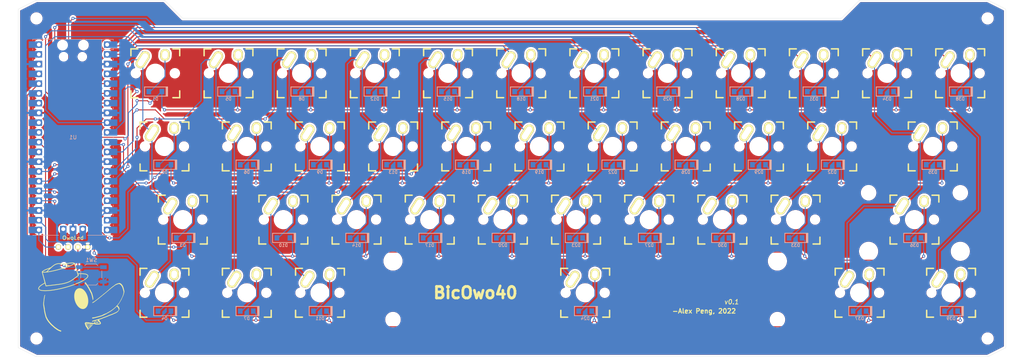
<source format=kicad_pcb>
(kicad_pcb (version 20171130) (host pcbnew "(5.1.10)-1")
  (layers (0 F.Cu signal) (31 B.Cu signal) (34 B.Paste user) (35 F.Paste user) (36 B.SilkS user) (37 F.SilkS user) (38 B.Mask user) (39 F.Mask user) (44 Edge.Cuts user))
  (net 0 "")
  (net 1 /row0)
  (net 2 "Net-(D1-Pad2)")
  (net 3 /row1)
  (net 4 "Net-(D2-Pad2)")
  (net 5 /row2)
  (net 6 "Net-(D3-Pad2)")
  (net 7 "Net-(D4-Pad2)")
  (net 8 /row3)
  (net 9 "Net-(D5-Pad2)")
  (net 10 "Net-(D6-Pad2)")
  (net 11 "Net-(D7-Pad2)")
  (net 12 "Net-(D8-Pad2)")
  (net 13 "Net-(D9-Pad2)")
  (net 14 "Net-(D10-Pad2)")
  (net 15 "Net-(D11-Pad2)")
  (net 16 "Net-(D12-Pad2)")
  (net 17 "Net-(D13-Pad2)")
  (net 18 "Net-(D14-Pad2)")
  (net 19 "Net-(D15-Pad2)")
  (net 20 "Net-(D16-Pad2)")
  (net 21 "Net-(D17-Pad2)")
  (net 22 "Net-(D18-Pad2)")
  (net 23 "Net-(D19-Pad2)")
  (net 24 "Net-(D20-Pad2)")
  (net 25 "Net-(D21-Pad2)")
  (net 26 "Net-(D22-Pad2)")
  (net 27 "Net-(D23-Pad2)")
  (net 28 "Net-(D24-Pad2)")
  (net 29 "Net-(D25-Pad2)")
  (net 30 "Net-(D26-Pad2)")
  (net 31 "Net-(D27-Pad2)")
  (net 32 "Net-(D28-Pad2)")
  (net 33 "Net-(D29-Pad2)")
  (net 34 "Net-(D30-Pad2)")
  (net 35 "Net-(D31-Pad2)")
  (net 36 "Net-(D32-Pad2)")
  (net 37 "Net-(D33-Pad2)")
  (net 38 "Net-(D34-Pad2)")
  (net 39 "Net-(D35-Pad2)")
  (net 40 "Net-(D36-Pad2)")
  (net 41 "Net-(D37-Pad2)")
  (net 42 "Net-(D38-Pad2)")
  (net 43 "Net-(D39-Pad2)")
  (net 44 /col0)
  (net 45 /col1)
  (net 46 /col2)
  (net 47 /col3)
  (net 48 /col4)
  (net 49 /col5)
  (net 50 /col6)
  (net 51 /col7)
  (net 52 /col8)
  (net 53 /col9)
  (net 54 /col10)
  (net 55 /col11)
  (net 56 "Net-(OL1-Pad1)")
  (net 57 "Net-(OL1-Pad2)")
  (net 58 VCC)
  (net 59 "Net-(SW1-Pad1)")
  (net 60 "Net-(U1-Pad16)")
  (net 61 "Net-(U1-Pad17)")
  (net 62 "Net-(U1-Pad19)")
  (net 63 "Net-(U1-Pad20)")
  (net 64 "Net-(U1-Pad29)")
  (net 65 "Net-(U1-Pad31)")
  (net 66 "Net-(U1-Pad32)")
  (net 67 "Net-(U1-Pad34)")
  (net 68 "Net-(U1-Pad35)")
  (net 69 "Net-(U1-Pad37)")
  (net 70 "Net-(U1-Pad39)")
  (net 71 "Net-(U1-Pad40)")
  (net 72 "Net-(U1-Pad41)")
  (net 73 "Net-(U1-Pad43)")
  (net 74 GND)
  (module graphics:cduckmicro (layer F.Cu) (at 45.239 140.479 15)
    (fp_text reference G*** hide)
    (fp_text value LOGO hide)
  )
  (module keebs:Mx_Alps_225 (layer F.Cu) (at 259.529 123.812)
    (fp_text reference K36 hide)
    (fp_text value KEYSW hide)
    (pad 2 thru_hole oval (at 2.52 -4.79 356.1) (size 2.5 3.08) (drill oval 1.5 2.08) (layers *.Cu *.Mask F.SilkS) (net 40 "Net-(D36-Pad2)"))
    (pad 1 thru_hole oval (at -3.255 -3.52 327.5) (size 2.5 4.75) (drill oval 1.5 3.75) (layers *.Cu *.Mask F.SilkS) (net 54 /col10))
    (pad "" np_thru_hole circle (at 11.938 8.255) (size 3.9878 3.9878) (drill 3.9878) (layers *.Cu *.Mask))
    (pad "" np_thru_hole circle (at -11.938 8.255) (size 3.9878 3.9878) (drill 3.9878) (layers *.Cu *.Mask))
    (pad "" np_thru_hole circle (at 11.938 -6.985) (size 3.048 3.048) (drill 3.048) (layers *.Cu *.Mask))
    (pad "" np_thru_hole circle (at -11.938 -6.985) (size 3.048 3.048) (drill 3.048) (layers *.Cu *.Mask))
    (pad "" np_thru_hole circle (at 5.08 0) (size 1.7018 1.7018) (drill 1.7018) (layers *.Cu *.Mask))
    (pad "" np_thru_hole circle (at -5.08 0) (size 1.7018 1.7018) (drill 1.7018) (layers *.Cu *.Mask))
    (pad "" np_thru_hole circle (at 0 0) (size 3.9878 3.9878) (drill 3.9878) (layers *.Cu *.Mask))
  )
  (module keebs:Mx_Alps_100 (layer F.Cu) (at 176.194 85.716)
    (fp_text reference K21 hide)
    (fp_text value KEYSW hide)
    (pad "" np_thru_hole circle (at 0 0) (size 3.9878 3.9878) (drill 3.9878) (layers *.Cu *.Mask))
    (pad "" np_thru_hole circle (at -5.08 0) (size 1.7018 1.7018) (drill 1.7018) (layers *.Cu *.Mask))
    (pad "" np_thru_hole circle (at 5.08 0) (size 1.7018 1.7018) (drill 1.7018) (layers *.Cu *.Mask))
    (pad 1 thru_hole oval (at -3.255 -3.52 327.5) (size 2.5 4.75) (drill oval 1.5 3.75) (layers *.Cu *.Mask F.SilkS) (net 50 /col6))
    (pad 2 thru_hole oval (at 2.52 -4.79 356.1) (size 2.5 3.08) (drill oval 1.5 2.08) (layers *.Cu *.Mask F.SilkS) (net 25 "Net-(D21-Pad2)"))
  )
  (module MountingHole:MountingHole_2.2mm_M2 (layer F.Cu) (at 30.953 71.43)
    (fp_text reference M2 hide)
    (fp_text value MountingHole_2.2mm_M2)
    (pad 1 np_thru_hole circle (at 0 0) (size 2.2 2.2) (drill 2.2) (layers *.Cu *.Mask))
  )
  (module MountingHole:MountingHole_2.2mm_M2 (layer F.Cu) (at 30.953 154.765)
    (fp_text reference M2 hide)
    (fp_text value MountingHole_2.2mm_M2)
    (pad 1 np_thru_hole circle (at 0 0) (size 2.2 2.2) (drill 2.2) (layers *.Cu *.Mask))
  )
  (module MountingHole:MountingHole_2.2mm_M2 (layer F.Cu) (at 278.577 154.765)
    (fp_text reference M2 hide)
    (fp_text value MountingHole_2.2mm_M2)
    (pad 1 np_thru_hole circle (at 0 0) (size 2.2 2.2) (drill 2.2) (layers *.Cu *.Mask))
  )
  (module MountingHole:MountingHole_2.2mm_M2 (layer F.Cu) (at 278.577 71.43)
    (fp_text reference M2 hide)
    (fp_text value MountingHole_2.2mm_M2)
    (pad 1 np_thru_hole circle (at 0 0) (size 2.2 2.2) (drill 2.2) (layers *.Cu *.Mask))
  )
  (module MCU_RaspberryPi_and_Boards:RPi_Pico_SMD_TH (layer B.Cu) (at 40.477 102.383 180)
    (fp_text reference U1 (at 0 0) (layer B.SilkS) (effects (justify mirror)))
    (fp_text value Pico)
    (pad 43 thru_hole oval (at 2.54 -23.9 180) (size 1.7 1.7) (drill 1.02) (layers *.Cu *.Mask) (net 73 "Net-(U1-Pad43)"))
    (pad 43 smd rect (at 2.54 -23.9 90) (size 3.5 1.7) (drill (offset -0.9 0)) (layers B.Cu B.Mask) (net 73 "Net-(U1-Pad43)"))
    (pad 42 thru_hole rect (at 0 -23.9 180) (size 1.7 1.7) (drill 1.02) (layers *.Cu *.Mask) (net 74 GND))
    (pad 42 smd rect (at 0 -23.9 90) (size 3.5 1.7) (drill (offset -0.9 0)) (layers B.Cu B.Mask) (net 74 GND))
    (pad 41 thru_hole oval (at -2.54 -23.9 180) (size 1.7 1.7) (drill 1.02) (layers *.Cu *.Mask) (net 72 "Net-(U1-Pad41)"))
    (pad 41 smd rect (at -2.54 -23.9 90) (size 3.5 1.7) (drill (offset -0.9 0)) (layers B.Cu B.Mask) (net 72 "Net-(U1-Pad41)"))
    (pad "" np_thru_hole oval (at 2.425 20.97 180) (size 1.5 1.5) (drill 1.5) (layers *.Cu *.Mask))
    (pad "" np_thru_hole oval (at -2.425 20.97 180) (size 1.5 1.5) (drill 1.5) (layers *.Cu *.Mask))
    (pad "" np_thru_hole oval (at 2.725 24 180) (size 1.8 1.8) (drill 1.8) (layers *.Cu *.Mask))
    (pad "" np_thru_hole oval (at -2.725 24 180) (size 1.8 1.8) (drill 1.8) (layers *.Cu *.Mask))
    (pad 21 smd rect (at 8.89 -24.13 180) (size 3.5 1.7) (drill (offset 0.9 0)) (layers B.Cu B.Mask) (net 56 "Net-(OL1-Pad1)"))
    (pad 22 smd rect (at 8.89 -21.59 180) (size 3.5 1.7) (drill (offset 0.9 0)) (layers B.Cu B.Mask) (net 57 "Net-(OL1-Pad2)"))
    (pad 23 smd rect (at 8.89 -19.05 180) (size 3.5 1.7) (drill (offset 0.9 0)) (layers B.Cu B.Mask) (net 74 GND))
    (pad 24 smd rect (at 8.89 -16.51 180) (size 3.5 1.7) (drill (offset 0.9 0)) (layers B.Cu B.Mask) (net 8 /row3))
    (pad 25 smd rect (at 8.89 -13.97 180) (size 3.5 1.7) (drill (offset 0.9 0)) (layers B.Cu B.Mask) (net 5 /row2))
    (pad 26 smd rect (at 8.89 -11.43 180) (size 3.5 1.7) (drill (offset 0.9 0)) (layers B.Cu B.Mask) (net 3 /row1))
    (pad 27 smd rect (at 8.89 -8.89 180) (size 3.5 1.7) (drill (offset 0.9 0)) (layers B.Cu B.Mask) (net 1 /row0))
    (pad 28 smd rect (at 8.89 -6.35 180) (size 3.5 1.7) (drill (offset 0.9 0)) (layers B.Cu B.Mask) (net 74 GND))
    (pad 29 smd rect (at 8.89 -3.81 180) (size 3.5 1.7) (drill (offset 0.9 0)) (layers B.Cu B.Mask) (net 64 "Net-(U1-Pad29)"))
    (pad 30 smd rect (at 8.89 -1.27 180) (size 3.5 1.7) (drill (offset 0.9 0)) (layers B.Cu B.Mask) (net 59 "Net-(SW1-Pad1)"))
    (pad 31 smd rect (at 8.89 1.27 180) (size 3.5 1.7) (drill (offset 0.9 0)) (layers B.Cu B.Mask) (net 65 "Net-(U1-Pad31)"))
    (pad 32 smd rect (at 8.89 3.81 180) (size 3.5 1.7) (drill (offset 0.9 0)) (layers B.Cu B.Mask) (net 66 "Net-(U1-Pad32)"))
    (pad 33 smd rect (at 8.89 6.35 180) (size 3.5 1.7) (drill (offset 0.9 0)) (layers B.Cu B.Mask) (net 74 GND))
    (pad 34 smd rect (at 8.89 8.89 180) (size 3.5 1.7) (drill (offset 0.9 0)) (layers B.Cu B.Mask) (net 67 "Net-(U1-Pad34)"))
    (pad 35 smd rect (at 8.89 11.43 180) (size 3.5 1.7) (drill (offset 0.9 0)) (layers B.Cu B.Mask) (net 68 "Net-(U1-Pad35)"))
    (pad 36 smd rect (at 8.89 13.97 180) (size 3.5 1.7) (drill (offset 0.9 0)) (layers B.Cu B.Mask) (net 58 VCC))
    (pad 37 smd rect (at 8.89 16.51 180) (size 3.5 1.7) (drill (offset 0.9 0)) (layers B.Cu B.Mask) (net 69 "Net-(U1-Pad37)"))
    (pad 38 smd rect (at 8.89 19.05 180) (size 3.5 1.7) (drill (offset 0.9 0)) (layers B.Cu B.Mask) (net 74 GND))
    (pad 39 smd rect (at 8.89 21.59 180) (size 3.5 1.7) (drill (offset 0.9 0)) (layers B.Cu B.Mask) (net 70 "Net-(U1-Pad39)"))
    (pad 40 smd rect (at 8.89 24.13 180) (size 3.5 1.7) (drill (offset 0.9 0)) (layers B.Cu B.Mask) (net 71 "Net-(U1-Pad40)"))
    (pad 20 smd rect (at -8.89 -24.13 180) (size 3.5 1.7) (drill (offset -0.9 0)) (layers B.Cu B.Mask) (net 63 "Net-(U1-Pad20)"))
    (pad 19 smd rect (at -8.89 -21.59 180) (size 3.5 1.7) (drill (offset -0.9 0)) (layers B.Cu B.Mask) (net 62 "Net-(U1-Pad19)"))
    (pad 18 smd rect (at -8.89 -19.05 180) (size 3.5 1.7) (drill (offset -0.9 0)) (layers B.Cu B.Mask) (net 74 GND))
    (pad 17 smd rect (at -8.89 -16.51 180) (size 3.5 1.7) (drill (offset -0.9 0)) (layers B.Cu B.Mask) (net 61 "Net-(U1-Pad17)"))
    (pad 16 smd rect (at -8.89 -13.97 180) (size 3.5 1.7) (drill (offset -0.9 0)) (layers B.Cu B.Mask) (net 60 "Net-(U1-Pad16)"))
    (pad 15 smd rect (at -8.89 -11.43 180) (size 3.5 1.7) (drill (offset -0.9 0)) (layers B.Cu B.Mask) (net 44 /col0))
    (pad 14 smd rect (at -8.89 -8.89 180) (size 3.5 1.7) (drill (offset -0.9 0)) (layers B.Cu B.Mask) (net 45 /col1))
    (pad 13 smd rect (at -8.89 -6.35 180) (size 3.5 1.7) (drill (offset -0.9 0)) (layers B.Cu B.Mask) (net 74 GND))
    (pad 12 smd rect (at -8.89 -3.81 180) (size 3.5 1.7) (drill (offset -0.9 0)) (layers B.Cu B.Mask) (net 46 /col2))
    (pad 11 smd rect (at -8.89 -1.27 180) (size 3.5 1.7) (drill (offset -0.9 0)) (layers B.Cu B.Mask) (net 47 /col3))
    (pad 10 smd rect (at -8.89 1.27 180) (size 3.5 1.7) (drill (offset -0.9 0)) (layers B.Cu B.Mask) (net 48 /col4))
    (pad 9 smd rect (at -8.89 3.81 180) (size 3.5 1.7) (drill (offset -0.9 0)) (layers B.Cu B.Mask) (net 49 /col5))
    (pad 8 smd rect (at -8.89 6.35 180) (size 3.5 1.7) (drill (offset -0.9 0)) (layers B.Cu B.Mask) (net 74 GND))
    (pad 7 smd rect (at -8.89 8.89 180) (size 3.5 1.7) (drill (offset -0.9 0)) (layers B.Cu B.Mask) (net 50 /col6))
    (pad 6 smd rect (at -8.89 11.43 180) (size 3.5 1.7) (drill (offset -0.9 0)) (layers B.Cu B.Mask) (net 51 /col7))
    (pad 5 smd rect (at -8.89 13.97 180) (size 3.5 1.7) (drill (offset -0.9 0)) (layers B.Cu B.Mask) (net 52 /col8))
    (pad 4 smd rect (at -8.89 16.51 180) (size 3.5 1.7) (drill (offset -0.9 0)) (layers B.Cu B.Mask) (net 53 /col9))
    (pad 3 smd rect (at -8.89 19.05 180) (size 3.5 1.7) (drill (offset -0.9 0)) (layers B.Cu B.Mask) (net 74 GND))
    (pad 2 smd rect (at -8.89 21.59 180) (size 3.5 1.7) (drill (offset -0.9 0)) (layers B.Cu B.Mask) (net 54 /col10))
    (pad 1 smd rect (at -8.89 24.13 180) (size 3.5 1.7) (drill (offset -0.9 0)) (layers B.Cu B.Mask) (net 55 /col11))
    (pad 40 thru_hole oval (at 8.89 24.13 180) (size 1.7 1.7) (drill 1.02) (layers *.Cu *.Mask) (net 71 "Net-(U1-Pad40)"))
    (pad 39 thru_hole oval (at 8.89 21.59 180) (size 1.7 1.7) (drill 1.02) (layers *.Cu *.Mask) (net 70 "Net-(U1-Pad39)"))
    (pad 38 thru_hole rect (at 8.89 19.05 180) (size 1.7 1.7) (drill 1.02) (layers *.Cu *.Mask) (net 74 GND))
    (pad 37 thru_hole oval (at 8.89 16.51 180) (size 1.7 1.7) (drill 1.02) (layers *.Cu *.Mask) (net 69 "Net-(U1-Pad37)"))
    (pad 36 thru_hole oval (at 8.89 13.97 180) (size 1.7 1.7) (drill 1.02) (layers *.Cu *.Mask) (net 58 VCC))
    (pad 35 thru_hole oval (at 8.89 11.43 180) (size 1.7 1.7) (drill 1.02) (layers *.Cu *.Mask) (net 68 "Net-(U1-Pad35)"))
    (pad 34 thru_hole oval (at 8.89 8.89 180) (size 1.7 1.7) (drill 1.02) (layers *.Cu *.Mask) (net 67 "Net-(U1-Pad34)"))
    (pad 33 thru_hole rect (at 8.89 6.35 180) (size 1.7 1.7) (drill 1.02) (layers *.Cu *.Mask) (net 74 GND))
    (pad 32 thru_hole oval (at 8.89 3.81 180) (size 1.7 1.7) (drill 1.02) (layers *.Cu *.Mask) (net 66 "Net-(U1-Pad32)"))
    (pad 31 thru_hole oval (at 8.89 1.27 180) (size 1.7 1.7) (drill 1.02) (layers *.Cu *.Mask) (net 65 "Net-(U1-Pad31)"))
    (pad 30 thru_hole oval (at 8.89 -1.27 180) (size 1.7 1.7) (drill 1.02) (layers *.Cu *.Mask) (net 59 "Net-(SW1-Pad1)"))
    (pad 29 thru_hole oval (at 8.89 -3.81 180) (size 1.7 1.7) (drill 1.02) (layers *.Cu *.Mask) (net 64 "Net-(U1-Pad29)"))
    (pad 28 thru_hole rect (at 8.89 -6.35 180) (size 1.7 1.7) (drill 1.02) (layers *.Cu *.Mask) (net 74 GND))
    (pad 27 thru_hole oval (at 8.89 -8.89 180) (size 1.7 1.7) (drill 1.02) (layers *.Cu *.Mask) (net 1 /row0))
    (pad 26 thru_hole oval (at 8.89 -11.43 180) (size 1.7 1.7) (drill 1.02) (layers *.Cu *.Mask) (net 3 /row1))
    (pad 25 thru_hole oval (at 8.89 -13.97 180) (size 1.7 1.7) (drill 1.02) (layers *.Cu *.Mask) (net 5 /row2))
    (pad 24 thru_hole oval (at 8.89 -16.51 180) (size 1.7 1.7) (drill 1.02) (layers *.Cu *.Mask) (net 8 /row3))
    (pad 23 thru_hole rect (at 8.89 -19.05 180) (size 1.7 1.7) (drill 1.02) (layers *.Cu *.Mask) (net 74 GND))
    (pad 22 thru_hole oval (at 8.89 -21.59 180) (size 1.7 1.7) (drill 1.02) (layers *.Cu *.Mask) (net 57 "Net-(OL1-Pad2)"))
    (pad 21 thru_hole oval (at 8.89 -24.13 180) (size 1.7 1.7) (drill 1.02) (layers *.Cu *.Mask) (net 56 "Net-(OL1-Pad1)"))
    (pad 20 thru_hole oval (at -8.89 -24.13 180) (size 1.7 1.7) (drill 1.02) (layers *.Cu *.Mask) (net 63 "Net-(U1-Pad20)"))
    (pad 19 thru_hole oval (at -8.89 -21.59 180) (size 1.7 1.7) (drill 1.02) (layers *.Cu *.Mask) (net 62 "Net-(U1-Pad19)"))
    (pad 18 thru_hole rect (at -8.89 -19.05 180) (size 1.7 1.7) (drill 1.02) (layers *.Cu *.Mask) (net 74 GND))
    (pad 17 thru_hole oval (at -8.89 -16.51 180) (size 1.7 1.7) (drill 1.02) (layers *.Cu *.Mask) (net 61 "Net-(U1-Pad17)"))
    (pad 16 thru_hole oval (at -8.89 -13.97 180) (size 1.7 1.7) (drill 1.02) (layers *.Cu *.Mask) (net 60 "Net-(U1-Pad16)"))
    (pad 15 thru_hole oval (at -8.89 -11.43 180) (size 1.7 1.7) (drill 1.02) (layers *.Cu *.Mask) (net 44 /col0))
    (pad 14 thru_hole oval (at -8.89 -8.89 180) (size 1.7 1.7) (drill 1.02) (layers *.Cu *.Mask) (net 45 /col1))
    (pad 13 thru_hole rect (at -8.89 -6.35 180) (size 1.7 1.7) (drill 1.02) (layers *.Cu *.Mask) (net 74 GND))
    (pad 12 thru_hole oval (at -8.89 -3.81 180) (size 1.7 1.7) (drill 1.02) (layers *.Cu *.Mask) (net 46 /col2))
    (pad 11 thru_hole oval (at -8.89 -1.27 180) (size 1.7 1.7) (drill 1.02) (layers *.Cu *.Mask) (net 47 /col3))
    (pad 10 thru_hole oval (at -8.89 1.27 180) (size 1.7 1.7) (drill 1.02) (layers *.Cu *.Mask) (net 48 /col4))
    (pad 9 thru_hole oval (at -8.89 3.81 180) (size 1.7 1.7) (drill 1.02) (layers *.Cu *.Mask) (net 49 /col5))
    (pad 8 thru_hole rect (at -8.89 6.35 180) (size 1.7 1.7) (drill 1.02) (layers *.Cu *.Mask) (net 74 GND))
    (pad 7 thru_hole oval (at -8.89 8.89 180) (size 1.7 1.7) (drill 1.02) (layers *.Cu *.Mask) (net 50 /col6))
    (pad 6 thru_hole oval (at -8.89 11.43 180) (size 1.7 1.7) (drill 1.02) (layers *.Cu *.Mask) (net 51 /col7))
    (pad 5 thru_hole oval (at -8.89 13.97 180) (size 1.7 1.7) (drill 1.02) (layers *.Cu *.Mask) (net 52 /col8))
    (pad 4 thru_hole oval (at -8.89 16.51 180) (size 1.7 1.7) (drill 1.02) (layers *.Cu *.Mask) (net 53 /col9))
    (pad 3 thru_hole rect (at -8.89 19.05 180) (size 1.7 1.7) (drill 1.02) (layers *.Cu *.Mask) (net 74 GND))
    (pad 2 thru_hole oval (at -8.89 21.59 180) (size 1.7 1.7) (drill 1.02) (layers *.Cu *.Mask) (net 54 /col10))
    (pad 1 thru_hole oval (at -8.89 24.13 180) (size 1.7 1.7) (drill 1.02) (layers *.Cu *.Mask) (net 55 /col11))
  )
  (module keebs:Mx_Alps_625 (layer F.Cu) (at 173.813 142.86)
    (fp_text reference K24 hide)
    (fp_text value KEYSW hide)
    (pad 2 thru_hole oval (at 2.52 -4.79 356.1) (size 2.5 3.08) (drill oval 1.5 2.08) (layers *.Cu *.Mask F.SilkS) (net 28 "Net-(D24-Pad2)"))
    (pad 1 thru_hole oval (at -3.255 -3.52 327.5) (size 2.5 4.75) (drill oval 1.5 3.75) (layers *.Cu *.Mask F.SilkS) (net 50 /col6))
    (pad "" np_thru_hole circle (at -50.038 -8.255 270) (size 3.9878 3.9878) (drill 3.9878) (layers *.Cu *.Mask))
    (pad "" np_thru_hole circle (at 50.038 -8.255 180) (size 3.9878 3.9878) (drill 3.9878) (layers *.Cu *.Mask))
    (pad "" np_thru_hole circle (at -50.038 6.985 180) (size 3.048 3.048) (drill 3.048) (layers *.Cu *.Mask))
    (pad "" np_thru_hole circle (at 50.038 6.985 180) (size 3.048 3.048) (drill 3.048) (layers *.Cu *.Mask))
    (pad "" np_thru_hole circle (at 5.08 0) (size 1.7018 1.7018) (drill 1.7018) (layers *.Cu *.Mask))
    (pad "" np_thru_hole circle (at -5.08 0) (size 1.7018 1.7018) (drill 1.7018) (layers *.Cu *.Mask))
    (pad "" np_thru_hole circle (at 0 0) (size 3.9878 3.9878) (drill 3.9878) (layers *.Cu *.Mask))
  )
  (module keyboard_parts:D_SOD123 (layer B.Cu) (at 61.906 90.478 180)
    (fp_text reference D1 (at 0 -1.925) (layer B.SilkS) (effects (font (size 0.8 0.8)) (justify mirror)))
    (fp_text value D hide)
    (pad 1 smd rect (at -1.7 0 180) (size 1.2 1.4) (layers B.Cu B.Paste B.Mask) (net 1 /row0))
    (pad 2 smd rect (at 1.7 0 180) (size 1.2 1.4) (layers B.Cu B.Paste B.Mask) (net 2 "Net-(D1-Pad2)"))
  )
  (module keyboard_parts:D_SOD123 (layer B.Cu) (at 64.287 109.526 180)
    (fp_text reference D2 (at 0 -1.925) (layer B.SilkS) (effects (font (size 0.8 0.8)) (justify mirror)))
    (fp_text value D hide)
    (pad 1 smd rect (at -1.7 0 180) (size 1.2 1.4) (layers B.Cu B.Paste B.Mask) (net 3 /row1))
    (pad 2 smd rect (at 1.7 0 180) (size 1.2 1.4) (layers B.Cu B.Paste B.Mask) (net 4 "Net-(D2-Pad2)"))
  )
  (module keyboard_parts:D_SOD123 (layer B.Cu) (at 69.049 128.574 180)
    (fp_text reference D3 (at 0 -1.925) (layer B.SilkS) (effects (font (size 0.8 0.8)) (justify mirror)))
    (fp_text value D hide)
    (pad 1 smd rect (at -1.7 0 180) (size 1.2 1.4) (layers B.Cu B.Paste B.Mask) (net 5 /row2))
    (pad 2 smd rect (at 1.7 0 180) (size 1.2 1.4) (layers B.Cu B.Paste B.Mask) (net 6 "Net-(D3-Pad2)"))
  )
  (module keyboard_parts:D_SOD123 (layer B.Cu) (at 64.287 147.622 180)
    (fp_text reference D4 (at 0 -1.925) (layer B.SilkS) (effects (font (size 0.8 0.8)) (justify mirror)))
    (fp_text value D hide)
    (pad 2 smd rect (at 1.7 0 180) (size 1.2 1.4) (layers B.Cu B.Paste B.Mask) (net 7 "Net-(D4-Pad2)"))
    (pad 1 smd rect (at -1.7 0 180) (size 1.2 1.4) (layers B.Cu B.Paste B.Mask) (net 8 /row3))
  )
  (module keyboard_parts:D_SOD123 (layer B.Cu) (at 80.954 90.478 180)
    (fp_text reference D5 (at 0 -1.925) (layer B.SilkS) (effects (font (size 0.8 0.8)) (justify mirror)))
    (fp_text value D hide)
    (pad 2 smd rect (at 1.7 0 180) (size 1.2 1.4) (layers B.Cu B.Paste B.Mask) (net 9 "Net-(D5-Pad2)"))
    (pad 1 smd rect (at -1.7 0 180) (size 1.2 1.4) (layers B.Cu B.Paste B.Mask) (net 1 /row0))
  )
  (module keyboard_parts:D_SOD123 (layer B.Cu) (at 85.716 109.526 180)
    (fp_text reference D6 (at 0 -1.925) (layer B.SilkS) (effects (font (size 0.8 0.8)) (justify mirror)))
    (fp_text value D hide)
    (pad 2 smd rect (at 1.7 0 180) (size 1.2 1.4) (layers B.Cu B.Paste B.Mask) (net 10 "Net-(D6-Pad2)"))
    (pad 1 smd rect (at -1.7 0 180) (size 1.2 1.4) (layers B.Cu B.Paste B.Mask) (net 3 /row1))
  )
  (module keyboard_parts:D_SOD123 (layer B.Cu) (at 85.716 147.622 180)
    (fp_text reference D7 (at 0 -1.925) (layer B.SilkS) (effects (font (size 0.8 0.8)) (justify mirror)))
    (fp_text value D hide)
    (pad 1 smd rect (at -1.7 0 180) (size 1.2 1.4) (layers B.Cu B.Paste B.Mask) (net 8 /row3))
    (pad 2 smd rect (at 1.7 0 180) (size 1.2 1.4) (layers B.Cu B.Paste B.Mask) (net 11 "Net-(D7-Pad2)"))
  )
  (module keyboard_parts:D_SOD123 (layer B.Cu) (at 100.002 90.478 180)
    (fp_text reference D8 (at 0 -1.925) (layer B.SilkS) (effects (font (size 0.8 0.8)) (justify mirror)))
    (fp_text value D hide)
    (pad 1 smd rect (at -1.7 0 180) (size 1.2 1.4) (layers B.Cu B.Paste B.Mask) (net 1 /row0))
    (pad 2 smd rect (at 1.7 0 180) (size 1.2 1.4) (layers B.Cu B.Paste B.Mask) (net 12 "Net-(D8-Pad2)"))
  )
  (module keyboard_parts:D_SOD123 (layer B.Cu) (at 104.764 109.526 180)
    (fp_text reference D9 (at 0 -1.925) (layer B.SilkS) (effects (font (size 0.8 0.8)) (justify mirror)))
    (fp_text value D hide)
    (pad 1 smd rect (at -1.7 0 180) (size 1.2 1.4) (layers B.Cu B.Paste B.Mask) (net 3 /row1))
    (pad 2 smd rect (at 1.7 0 180) (size 1.2 1.4) (layers B.Cu B.Paste B.Mask) (net 13 "Net-(D9-Pad2)"))
  )
  (module keyboard_parts:D_SOD123 (layer B.Cu) (at 95.24 128.574 180)
    (fp_text reference D10 (at 0 -1.925) (layer B.SilkS) (effects (font (size 0.8 0.8)) (justify mirror)))
    (fp_text value D hide)
    (pad 2 smd rect (at 1.7 0 180) (size 1.2 1.4) (layers B.Cu B.Paste B.Mask) (net 14 "Net-(D10-Pad2)"))
    (pad 1 smd rect (at -1.7 0 180) (size 1.2 1.4) (layers B.Cu B.Paste B.Mask) (net 5 /row2))
  )
  (module keyboard_parts:D_SOD123 (layer B.Cu) (at 104.764 147.622 180)
    (fp_text reference D11 (at 0 -1.925) (layer B.SilkS) (effects (font (size 0.8 0.8)) (justify mirror)))
    (fp_text value D hide)
    (pad 2 smd rect (at 1.7 0 180) (size 1.2 1.4) (layers B.Cu B.Paste B.Mask) (net 15 "Net-(D11-Pad2)"))
    (pad 1 smd rect (at -1.7 0 180) (size 1.2 1.4) (layers B.Cu B.Paste B.Mask) (net 8 /row3))
  )
  (module keyboard_parts:D_SOD123 (layer B.Cu) (at 119.05 90.478 180)
    (fp_text reference D12 (at 0 -1.925) (layer B.SilkS) (effects (font (size 0.8 0.8)) (justify mirror)))
    (fp_text value D hide)
    (pad 2 smd rect (at 1.7 0 180) (size 1.2 1.4) (layers B.Cu B.Paste B.Mask) (net 16 "Net-(D12-Pad2)"))
    (pad 1 smd rect (at -1.7 0 180) (size 1.2 1.4) (layers B.Cu B.Paste B.Mask) (net 1 /row0))
  )
  (module keyboard_parts:D_SOD123 (layer B.Cu) (at 123.812 109.526 180)
    (fp_text reference D13 (at 0 -1.925) (layer B.SilkS) (effects (font (size 0.8 0.8)) (justify mirror)))
    (fp_text value D hide)
    (pad 2 smd rect (at 1.7 0 180) (size 1.2 1.4) (layers B.Cu B.Paste B.Mask) (net 17 "Net-(D13-Pad2)"))
    (pad 1 smd rect (at -1.7 0 180) (size 1.2 1.4) (layers B.Cu B.Paste B.Mask) (net 3 /row1))
  )
  (module keyboard_parts:D_SOD123 (layer B.Cu) (at 114.288 128.574 180)
    (fp_text reference D14 (at 0 -1.925) (layer B.SilkS) (effects (font (size 0.8 0.8)) (justify mirror)))
    (fp_text value D hide)
    (pad 1 smd rect (at -1.7 0 180) (size 1.2 1.4) (layers B.Cu B.Paste B.Mask) (net 5 /row2))
    (pad 2 smd rect (at 1.7 0 180) (size 1.2 1.4) (layers B.Cu B.Paste B.Mask) (net 18 "Net-(D14-Pad2)"))
  )
  (module keyboard_parts:D_SOD123 (layer B.Cu) (at 138.098 90.478 180)
    (fp_text reference D15 (at 0 -1.925) (layer B.SilkS) (effects (font (size 0.8 0.8)) (justify mirror)))
    (fp_text value D hide)
    (pad 1 smd rect (at -1.7 0 180) (size 1.2 1.4) (layers B.Cu B.Paste B.Mask) (net 1 /row0))
    (pad 2 smd rect (at 1.7 0 180) (size 1.2 1.4) (layers B.Cu B.Paste B.Mask) (net 19 "Net-(D15-Pad2)"))
  )
  (module keyboard_parts:D_SOD123 (layer B.Cu) (at 142.86 109.526 180)
    (fp_text reference D16 (at 0 -1.925) (layer B.SilkS) (effects (font (size 0.8 0.8)) (justify mirror)))
    (fp_text value D hide)
    (pad 1 smd rect (at -1.7 0 180) (size 1.2 1.4) (layers B.Cu B.Paste B.Mask) (net 3 /row1))
    (pad 2 smd rect (at 1.7 0 180) (size 1.2 1.4) (layers B.Cu B.Paste B.Mask) (net 20 "Net-(D16-Pad2)"))
  )
  (module keyboard_parts:D_SOD123 (layer B.Cu) (at 133.336 128.574 180)
    (fp_text reference D17 (at 0 -1.925) (layer B.SilkS) (effects (font (size 0.8 0.8)) (justify mirror)))
    (fp_text value D hide)
    (pad 1 smd rect (at -1.7 0 180) (size 1.2 1.4) (layers B.Cu B.Paste B.Mask) (net 5 /row2))
    (pad 2 smd rect (at 1.7 0 180) (size 1.2 1.4) (layers B.Cu B.Paste B.Mask) (net 21 "Net-(D17-Pad2)"))
  )
  (module keyboard_parts:D_SOD123 (layer B.Cu) (at 157.146 90.478 180)
    (fp_text reference D18 (at 0 -1.925) (layer B.SilkS) (effects (font (size 0.8 0.8)) (justify mirror)))
    (fp_text value D hide)
    (pad 2 smd rect (at 1.7 0 180) (size 1.2 1.4) (layers B.Cu B.Paste B.Mask) (net 22 "Net-(D18-Pad2)"))
    (pad 1 smd rect (at -1.7 0 180) (size 1.2 1.4) (layers B.Cu B.Paste B.Mask) (net 1 /row0))
  )
  (module keyboard_parts:D_SOD123 (layer B.Cu) (at 161.908 109.526 180)
    (fp_text reference D19 (at 0 -1.925) (layer B.SilkS) (effects (font (size 0.8 0.8)) (justify mirror)))
    (fp_text value D hide)
    (pad 2 smd rect (at 1.7 0 180) (size 1.2 1.4) (layers B.Cu B.Paste B.Mask) (net 23 "Net-(D19-Pad2)"))
    (pad 1 smd rect (at -1.7 0 180) (size 1.2 1.4) (layers B.Cu B.Paste B.Mask) (net 3 /row1))
  )
  (module keyboard_parts:D_SOD123 (layer B.Cu) (at 152.384 128.574 180)
    (fp_text reference D20 (at 0 -1.925) (layer B.SilkS) (effects (font (size 0.8 0.8)) (justify mirror)))
    (fp_text value D hide)
    (pad 2 smd rect (at 1.7 0 180) (size 1.2 1.4) (layers B.Cu B.Paste B.Mask) (net 24 "Net-(D20-Pad2)"))
    (pad 1 smd rect (at -1.7 0 180) (size 1.2 1.4) (layers B.Cu B.Paste B.Mask) (net 5 /row2))
  )
  (module keyboard_parts:D_SOD123 (layer B.Cu) (at 176.194 90.478 180)
    (fp_text reference D21 (at 0 -1.925) (layer B.SilkS) (effects (font (size 0.8 0.8)) (justify mirror)))
    (fp_text value D hide)
    (pad 1 smd rect (at -1.7 0 180) (size 1.2 1.4) (layers B.Cu B.Paste B.Mask) (net 1 /row0))
    (pad 2 smd rect (at 1.7 0 180) (size 1.2 1.4) (layers B.Cu B.Paste B.Mask) (net 25 "Net-(D21-Pad2)"))
  )
  (module keyboard_parts:D_SOD123 (layer B.Cu) (at 180.956 109.526 180)
    (fp_text reference D22 (at 0 -1.925) (layer B.SilkS) (effects (font (size 0.8 0.8)) (justify mirror)))
    (fp_text value D hide)
    (pad 2 smd rect (at 1.7 0 180) (size 1.2 1.4) (layers B.Cu B.Paste B.Mask) (net 26 "Net-(D22-Pad2)"))
    (pad 1 smd rect (at -1.7 0 180) (size 1.2 1.4) (layers B.Cu B.Paste B.Mask) (net 3 /row1))
  )
  (module keyboard_parts:D_SOD123 (layer B.Cu) (at 171.432 128.574 180)
    (fp_text reference D23 (at 0 -1.925) (layer B.SilkS) (effects (font (size 0.8 0.8)) (justify mirror)))
    (fp_text value D hide)
    (pad 2 smd rect (at 1.7 0 180) (size 1.2 1.4) (layers B.Cu B.Paste B.Mask) (net 27 "Net-(D23-Pad2)"))
    (pad 1 smd rect (at -1.7 0 180) (size 1.2 1.4) (layers B.Cu B.Paste B.Mask) (net 5 /row2))
  )
  (module keyboard_parts:D_SOD123 (layer B.Cu) (at 173.813 147.622 180)
    (fp_text reference D24 (at 0 -1.925) (layer B.SilkS) (effects (font (size 0.8 0.8)) (justify mirror)))
    (fp_text value D hide)
    (pad 1 smd rect (at -1.7 0 180) (size 1.2 1.4) (layers B.Cu B.Paste B.Mask) (net 8 /row3))
    (pad 2 smd rect (at 1.7 0 180) (size 1.2 1.4) (layers B.Cu B.Paste B.Mask) (net 28 "Net-(D24-Pad2)"))
  )
  (module keyboard_parts:D_SOD123 (layer B.Cu) (at 195.242 90.478 180)
    (fp_text reference D25 (at 0 -1.925) (layer B.SilkS) (effects (font (size 0.8 0.8)) (justify mirror)))
    (fp_text value D hide)
    (pad 2 smd rect (at 1.7 0 180) (size 1.2 1.4) (layers B.Cu B.Paste B.Mask) (net 29 "Net-(D25-Pad2)"))
    (pad 1 smd rect (at -1.7 0 180) (size 1.2 1.4) (layers B.Cu B.Paste B.Mask) (net 1 /row0))
  )
  (module keyboard_parts:D_SOD123 (layer B.Cu) (at 200.004 109.526 180)
    (fp_text reference D26 (at 0 -1.925) (layer B.SilkS) (effects (font (size 0.8 0.8)) (justify mirror)))
    (fp_text value D hide)
    (pad 1 smd rect (at -1.7 0 180) (size 1.2 1.4) (layers B.Cu B.Paste B.Mask) (net 3 /row1))
    (pad 2 smd rect (at 1.7 0 180) (size 1.2 1.4) (layers B.Cu B.Paste B.Mask) (net 30 "Net-(D26-Pad2)"))
  )
  (module keyboard_parts:D_SOD123 (layer B.Cu) (at 190.48 128.574 180)
    (fp_text reference D27 (at 0 -1.925) (layer B.SilkS) (effects (font (size 0.8 0.8)) (justify mirror)))
    (fp_text value D hide)
    (pad 1 smd rect (at -1.7 0 180) (size 1.2 1.4) (layers B.Cu B.Paste B.Mask) (net 5 /row2))
    (pad 2 smd rect (at 1.7 0 180) (size 1.2 1.4) (layers B.Cu B.Paste B.Mask) (net 31 "Net-(D27-Pad2)"))
  )
  (module keyboard_parts:D_SOD123 (layer B.Cu) (at 214.29 90.478 180)
    (fp_text reference D28 (at 0 -1.925) (layer B.SilkS) (effects (font (size 0.8 0.8)) (justify mirror)))
    (fp_text value D hide)
    (pad 1 smd rect (at -1.7 0 180) (size 1.2 1.4) (layers B.Cu B.Paste B.Mask) (net 1 /row0))
    (pad 2 smd rect (at 1.7 0 180) (size 1.2 1.4) (layers B.Cu B.Paste B.Mask) (net 32 "Net-(D28-Pad2)"))
  )
  (module keyboard_parts:D_SOD123 (layer B.Cu) (at 219.052 109.526 180)
    (fp_text reference D29 (at 0 -1.925) (layer B.SilkS) (effects (font (size 0.8 0.8)) (justify mirror)))
    (fp_text value D hide)
    (pad 2 smd rect (at 1.7 0 180) (size 1.2 1.4) (layers B.Cu B.Paste B.Mask) (net 33 "Net-(D29-Pad2)"))
    (pad 1 smd rect (at -1.7 0 180) (size 1.2 1.4) (layers B.Cu B.Paste B.Mask) (net 3 /row1))
  )
  (module keyboard_parts:D_SOD123 (layer B.Cu) (at 209.528 128.574 180)
    (fp_text reference D30 (at 0 -1.925) (layer B.SilkS) (effects (font (size 0.8 0.8)) (justify mirror)))
    (fp_text value D hide)
    (pad 2 smd rect (at 1.7 0 180) (size 1.2 1.4) (layers B.Cu B.Paste B.Mask) (net 34 "Net-(D30-Pad2)"))
    (pad 1 smd rect (at -1.7 0 180) (size 1.2 1.4) (layers B.Cu B.Paste B.Mask) (net 5 /row2))
  )
  (module keyboard_parts:D_SOD123 (layer B.Cu) (at 233.338 90.478 180)
    (fp_text reference D31 (at 0 -1.925) (layer B.SilkS) (effects (font (size 0.8 0.8)) (justify mirror)))
    (fp_text value D hide)
    (pad 2 smd rect (at 1.7 0 180) (size 1.2 1.4) (layers B.Cu B.Paste B.Mask) (net 35 "Net-(D31-Pad2)"))
    (pad 1 smd rect (at -1.7 0 180) (size 1.2 1.4) (layers B.Cu B.Paste B.Mask) (net 1 /row0))
  )
  (module keyboard_parts:D_SOD123 (layer B.Cu) (at 238.1 109.526 180)
    (fp_text reference D32 (at 0 -1.925) (layer B.SilkS) (effects (font (size 0.8 0.8)) (justify mirror)))
    (fp_text value D hide)
    (pad 1 smd rect (at -1.7 0 180) (size 1.2 1.4) (layers B.Cu B.Paste B.Mask) (net 3 /row1))
    (pad 2 smd rect (at 1.7 0 180) (size 1.2 1.4) (layers B.Cu B.Paste B.Mask) (net 36 "Net-(D32-Pad2)"))
  )
  (module keyboard_parts:D_SOD123 (layer B.Cu) (at 228.576 128.574 180)
    (fp_text reference D33 (at 0 -1.925) (layer B.SilkS) (effects (font (size 0.8 0.8)) (justify mirror)))
    (fp_text value D hide)
    (pad 1 smd rect (at -1.7 0 180) (size 1.2 1.4) (layers B.Cu B.Paste B.Mask) (net 5 /row2))
    (pad 2 smd rect (at 1.7 0 180) (size 1.2 1.4) (layers B.Cu B.Paste B.Mask) (net 37 "Net-(D33-Pad2)"))
  )
  (module keyboard_parts:D_SOD123 (layer B.Cu) (at 252.386 90.478 180)
    (fp_text reference D34 (at 0 -1.925) (layer B.SilkS) (effects (font (size 0.8 0.8)) (justify mirror)))
    (fp_text value D hide)
    (pad 1 smd rect (at -1.7 0 180) (size 1.2 1.4) (layers B.Cu B.Paste B.Mask) (net 1 /row0))
    (pad 2 smd rect (at 1.7 0 180) (size 1.2 1.4) (layers B.Cu B.Paste B.Mask) (net 38 "Net-(D34-Pad2)"))
  )
  (module keyboard_parts:D_SOD123 (layer B.Cu) (at 264.291 109.526 180)
    (fp_text reference D35 (at 0 -1.925) (layer B.SilkS) (effects (font (size 0.8 0.8)) (justify mirror)))
    (fp_text value D hide)
    (pad 1 smd rect (at -1.7 0 180) (size 1.2 1.4) (layers B.Cu B.Paste B.Mask) (net 3 /row1))
    (pad 2 smd rect (at 1.7 0 180) (size 1.2 1.4) (layers B.Cu B.Paste B.Mask) (net 39 "Net-(D35-Pad2)"))
  )
  (module keyboard_parts:D_SOD123 (layer B.Cu) (at 259.529 128.574 180)
    (fp_text reference D36 (at 0 -1.925) (layer B.SilkS) (effects (font (size 0.8 0.8)) (justify mirror)))
    (fp_text value D hide)
    (pad 2 smd rect (at 1.7 0 180) (size 1.2 1.4) (layers B.Cu B.Paste B.Mask) (net 40 "Net-(D36-Pad2)"))
    (pad 1 smd rect (at -1.7 0 180) (size 1.2 1.4) (layers B.Cu B.Paste B.Mask) (net 5 /row2))
  )
  (module keyboard_parts:D_SOD123 (layer B.Cu) (at 245.243 147.622 180)
    (fp_text reference D37 (at 0 -1.925) (layer B.SilkS) (effects (font (size 0.8 0.8)) (justify mirror)))
    (fp_text value D hide)
    (pad 2 smd rect (at 1.7 0 180) (size 1.2 1.4) (layers B.Cu B.Paste B.Mask) (net 41 "Net-(D37-Pad2)"))
    (pad 1 smd rect (at -1.7 0 180) (size 1.2 1.4) (layers B.Cu B.Paste B.Mask) (net 8 /row3))
  )
  (module keyboard_parts:D_SOD123 (layer B.Cu) (at 271.434 90.478 180)
    (fp_text reference D38 (at 0 -1.925) (layer B.SilkS) (effects (font (size 0.8 0.8)) (justify mirror)))
    (fp_text value D hide)
    (pad 2 smd rect (at 1.7 0 180) (size 1.2 1.4) (layers B.Cu B.Paste B.Mask) (net 42 "Net-(D38-Pad2)"))
    (pad 1 smd rect (at -1.7 0 180) (size 1.2 1.4) (layers B.Cu B.Paste B.Mask) (net 1 /row0))
  )
  (module keyboard_parts:D_SOD123 (layer B.Cu) (at 269.053 147.622 180)
    (fp_text reference D39 (at 0 -1.925) (layer B.SilkS) (effects (font (size 0.8 0.8)) (justify mirror)))
    (fp_text value D hide)
    (pad 2 smd rect (at 1.7 0 180) (size 1.2 1.4) (layers B.Cu B.Paste B.Mask) (net 43 "Net-(D39-Pad2)"))
    (pad 1 smd rect (at -1.7 0 180) (size 1.2 1.4) (layers B.Cu B.Paste B.Mask) (net 8 /row3))
  )
  (module keebs:Mx_Alps_100 (layer F.Cu) (at 61.906 85.716)
    (fp_text reference K1 hide)
    (fp_text value KEYSW hide)
    (pad 2 thru_hole oval (at 2.52 -4.79 356.1) (size 2.5 3.08) (drill oval 1.5 2.08) (layers *.Cu *.Mask F.SilkS) (net 2 "Net-(D1-Pad2)"))
    (pad 1 thru_hole oval (at -3.255 -3.52 327.5) (size 2.5 4.75) (drill oval 1.5 3.75) (layers *.Cu *.Mask F.SilkS) (net 44 /col0))
    (pad "" np_thru_hole circle (at 5.08 0) (size 1.7018 1.7018) (drill 1.7018) (layers *.Cu *.Mask))
    (pad "" np_thru_hole circle (at -5.08 0) (size 1.7018 1.7018) (drill 1.7018) (layers *.Cu *.Mask))
    (pad "" np_thru_hole circle (at 0 0) (size 3.9878 3.9878) (drill 3.9878) (layers *.Cu *.Mask))
  )
  (module keebs:Mx_Alps_125 (layer F.Cu) (at 64.287 104.764)
    (fp_text reference K2 hide)
    (fp_text value KEYSW hide)
    (pad "" np_thru_hole circle (at 0 0) (size 3.9878 3.9878) (drill 3.9878) (layers *.Cu *.Mask))
    (pad "" np_thru_hole circle (at -5.08 0) (size 1.7018 1.7018) (drill 1.7018) (layers *.Cu *.Mask))
    (pad "" np_thru_hole circle (at 5.08 0) (size 1.7018 1.7018) (drill 1.7018) (layers *.Cu *.Mask))
    (pad 1 thru_hole oval (at -3.255 -3.52 327.5) (size 2.5 4.75) (drill oval 1.5 3.75) (layers *.Cu *.Mask F.SilkS) (net 44 /col0))
    (pad 2 thru_hole oval (at 2.52 -4.79 356.1) (size 2.5 3.08) (drill oval 1.5 2.08) (layers *.Cu *.Mask F.SilkS) (net 4 "Net-(D2-Pad2)"))
  )
  (module keebs:Mx_Alps_175 (layer F.Cu) (at 69.049 123.812)
    (fp_text reference K3 hide)
    (fp_text value KEYSW hide)
    (pad 2 thru_hole oval (at 2.52 -4.79 356.1) (size 2.5 3.08) (drill oval 1.5 2.08) (layers *.Cu *.Mask F.SilkS) (net 6 "Net-(D3-Pad2)"))
    (pad 1 thru_hole oval (at -3.255 -3.52 327.5) (size 2.5 4.75) (drill oval 1.5 3.75) (layers *.Cu *.Mask F.SilkS) (net 44 /col0))
    (pad "" np_thru_hole circle (at 5.08 0) (size 1.7018 1.7018) (drill 1.7018) (layers *.Cu *.Mask))
    (pad "" np_thru_hole circle (at -5.08 0) (size 1.7018 1.7018) (drill 1.7018) (layers *.Cu *.Mask))
    (pad "" np_thru_hole circle (at 0 0) (size 3.9878 3.9878) (drill 3.9878) (layers *.Cu *.Mask))
  )
  (module keebs:Mx_Alps_125 (layer F.Cu) (at 64.287 142.86)
    (fp_text reference K4 hide)
    (fp_text value KEYSW hide)
    (pad 2 thru_hole oval (at 2.52 -4.79 356.1) (size 2.5 3.08) (drill oval 1.5 2.08) (layers *.Cu *.Mask F.SilkS) (net 7 "Net-(D4-Pad2)"))
    (pad 1 thru_hole oval (at -3.255 -3.52 327.5) (size 2.5 4.75) (drill oval 1.5 3.75) (layers *.Cu *.Mask F.SilkS) (net 44 /col0))
    (pad "" np_thru_hole circle (at 5.08 0) (size 1.7018 1.7018) (drill 1.7018) (layers *.Cu *.Mask))
    (pad "" np_thru_hole circle (at -5.08 0) (size 1.7018 1.7018) (drill 1.7018) (layers *.Cu *.Mask))
    (pad "" np_thru_hole circle (at 0 0) (size 3.9878 3.9878) (drill 3.9878) (layers *.Cu *.Mask))
  )
  (module keebs:Mx_Alps_100 (layer F.Cu) (at 80.954 85.716)
    (fp_text reference K5 hide)
    (fp_text value KEYSW hide)
    (pad 2 thru_hole oval (at 2.52 -4.79 356.1) (size 2.5 3.08) (drill oval 1.5 2.08) (layers *.Cu *.Mask F.SilkS) (net 9 "Net-(D5-Pad2)"))
    (pad 1 thru_hole oval (at -3.255 -3.52 327.5) (size 2.5 4.75) (drill oval 1.5 3.75) (layers *.Cu *.Mask F.SilkS) (net 45 /col1))
    (pad "" np_thru_hole circle (at 5.08 0) (size 1.7018 1.7018) (drill 1.7018) (layers *.Cu *.Mask))
    (pad "" np_thru_hole circle (at -5.08 0) (size 1.7018 1.7018) (drill 1.7018) (layers *.Cu *.Mask))
    (pad "" np_thru_hole circle (at 0 0) (size 3.9878 3.9878) (drill 3.9878) (layers *.Cu *.Mask))
  )
  (module keebs:Mx_Alps_100 (layer F.Cu) (at 85.716 104.764)
    (fp_text reference K6 hide)
    (fp_text value KEYSW hide)
    (pad 2 thru_hole oval (at 2.52 -4.79 356.1) (size 2.5 3.08) (drill oval 1.5 2.08) (layers *.Cu *.Mask F.SilkS) (net 10 "Net-(D6-Pad2)"))
    (pad 1 thru_hole oval (at -3.255 -3.52 327.5) (size 2.5 4.75) (drill oval 1.5 3.75) (layers *.Cu *.Mask F.SilkS) (net 45 /col1))
    (pad "" np_thru_hole circle (at 5.08 0) (size 1.7018 1.7018) (drill 1.7018) (layers *.Cu *.Mask))
    (pad "" np_thru_hole circle (at -5.08 0) (size 1.7018 1.7018) (drill 1.7018) (layers *.Cu *.Mask))
    (pad "" np_thru_hole circle (at 0 0) (size 3.9878 3.9878) (drill 3.9878) (layers *.Cu *.Mask))
  )
  (module keebs:Mx_Alps_100 (layer F.Cu) (at 85.716 142.86)
    (fp_text reference K7 hide)
    (fp_text value KEYSW hide)
    (pad "" np_thru_hole circle (at 0 0) (size 3.9878 3.9878) (drill 3.9878) (layers *.Cu *.Mask))
    (pad "" np_thru_hole circle (at -5.08 0) (size 1.7018 1.7018) (drill 1.7018) (layers *.Cu *.Mask))
    (pad "" np_thru_hole circle (at 5.08 0) (size 1.7018 1.7018) (drill 1.7018) (layers *.Cu *.Mask))
    (pad 1 thru_hole oval (at -3.255 -3.52 327.5) (size 2.5 4.75) (drill oval 1.5 3.75) (layers *.Cu *.Mask F.SilkS) (net 45 /col1))
    (pad 2 thru_hole oval (at 2.52 -4.79 356.1) (size 2.5 3.08) (drill oval 1.5 2.08) (layers *.Cu *.Mask F.SilkS) (net 11 "Net-(D7-Pad2)"))
  )
  (module keebs:Mx_Alps_100 (layer F.Cu) (at 100.002 85.716)
    (fp_text reference K8 hide)
    (fp_text value KEYSW hide)
    (pad "" np_thru_hole circle (at 0 0) (size 3.9878 3.9878) (drill 3.9878) (layers *.Cu *.Mask))
    (pad "" np_thru_hole circle (at -5.08 0) (size 1.7018 1.7018) (drill 1.7018) (layers *.Cu *.Mask))
    (pad "" np_thru_hole circle (at 5.08 0) (size 1.7018 1.7018) (drill 1.7018) (layers *.Cu *.Mask))
    (pad 1 thru_hole oval (at -3.255 -3.52 327.5) (size 2.5 4.75) (drill oval 1.5 3.75) (layers *.Cu *.Mask F.SilkS) (net 46 /col2))
    (pad 2 thru_hole oval (at 2.52 -4.79 356.1) (size 2.5 3.08) (drill oval 1.5 2.08) (layers *.Cu *.Mask F.SilkS) (net 12 "Net-(D8-Pad2)"))
  )
  (module keebs:Mx_Alps_100 (layer F.Cu) (at 104.764 104.764)
    (fp_text reference K9 hide)
    (fp_text value KEYSW hide)
    (pad "" np_thru_hole circle (at 0 0) (size 3.9878 3.9878) (drill 3.9878) (layers *.Cu *.Mask))
    (pad "" np_thru_hole circle (at -5.08 0) (size 1.7018 1.7018) (drill 1.7018) (layers *.Cu *.Mask))
    (pad "" np_thru_hole circle (at 5.08 0) (size 1.7018 1.7018) (drill 1.7018) (layers *.Cu *.Mask))
    (pad 1 thru_hole oval (at -3.255 -3.52 327.5) (size 2.5 4.75) (drill oval 1.5 3.75) (layers *.Cu *.Mask F.SilkS) (net 46 /col2))
    (pad 2 thru_hole oval (at 2.52 -4.79 356.1) (size 2.5 3.08) (drill oval 1.5 2.08) (layers *.Cu *.Mask F.SilkS) (net 13 "Net-(D9-Pad2)"))
  )
  (module keebs:Mx_Alps_100 (layer F.Cu) (at 95.24 123.812)
    (fp_text reference K10 hide)
    (fp_text value KEYSW hide)
    (pad "" np_thru_hole circle (at 0 0) (size 3.9878 3.9878) (drill 3.9878) (layers *.Cu *.Mask))
    (pad "" np_thru_hole circle (at -5.08 0) (size 1.7018 1.7018) (drill 1.7018) (layers *.Cu *.Mask))
    (pad "" np_thru_hole circle (at 5.08 0) (size 1.7018 1.7018) (drill 1.7018) (layers *.Cu *.Mask))
    (pad 1 thru_hole oval (at -3.255 -3.52 327.5) (size 2.5 4.75) (drill oval 1.5 3.75) (layers *.Cu *.Mask F.SilkS) (net 46 /col2))
    (pad 2 thru_hole oval (at 2.52 -4.79 356.1) (size 2.5 3.08) (drill oval 1.5 2.08) (layers *.Cu *.Mask F.SilkS) (net 14 "Net-(D10-Pad2)"))
  )
  (module keebs:Mx_Alps_100 (layer F.Cu) (at 104.764 142.86)
    (fp_text reference K11 hide)
    (fp_text value KEYSW hide)
    (pad "" np_thru_hole circle (at 0 0) (size 3.9878 3.9878) (drill 3.9878) (layers *.Cu *.Mask))
    (pad "" np_thru_hole circle (at -5.08 0) (size 1.7018 1.7018) (drill 1.7018) (layers *.Cu *.Mask))
    (pad "" np_thru_hole circle (at 5.08 0) (size 1.7018 1.7018) (drill 1.7018) (layers *.Cu *.Mask))
    (pad 1 thru_hole oval (at -3.255 -3.52 327.5) (size 2.5 4.75) (drill oval 1.5 3.75) (layers *.Cu *.Mask F.SilkS) (net 46 /col2))
    (pad 2 thru_hole oval (at 2.52 -4.79 356.1) (size 2.5 3.08) (drill oval 1.5 2.08) (layers *.Cu *.Mask F.SilkS) (net 15 "Net-(D11-Pad2)"))
  )
  (module keebs:Mx_Alps_100 (layer F.Cu) (at 119.05 85.716)
    (fp_text reference K12 hide)
    (fp_text value KEYSW hide)
    (pad 2 thru_hole oval (at 2.52 -4.79 356.1) (size 2.5 3.08) (drill oval 1.5 2.08) (layers *.Cu *.Mask F.SilkS) (net 16 "Net-(D12-Pad2)"))
    (pad 1 thru_hole oval (at -3.255 -3.52 327.5) (size 2.5 4.75) (drill oval 1.5 3.75) (layers *.Cu *.Mask F.SilkS) (net 47 /col3))
    (pad "" np_thru_hole circle (at 5.08 0) (size 1.7018 1.7018) (drill 1.7018) (layers *.Cu *.Mask))
    (pad "" np_thru_hole circle (at -5.08 0) (size 1.7018 1.7018) (drill 1.7018) (layers *.Cu *.Mask))
    (pad "" np_thru_hole circle (at 0 0) (size 3.9878 3.9878) (drill 3.9878) (layers *.Cu *.Mask))
  )
  (module keebs:Mx_Alps_100 (layer F.Cu) (at 123.812 104.764)
    (fp_text reference K13 hide)
    (fp_text value KEYSW hide)
    (pad 2 thru_hole oval (at 2.52 -4.79 356.1) (size 2.5 3.08) (drill oval 1.5 2.08) (layers *.Cu *.Mask F.SilkS) (net 17 "Net-(D13-Pad2)"))
    (pad 1 thru_hole oval (at -3.255 -3.52 327.5) (size 2.5 4.75) (drill oval 1.5 3.75) (layers *.Cu *.Mask F.SilkS) (net 47 /col3))
    (pad "" np_thru_hole circle (at 5.08 0) (size 1.7018 1.7018) (drill 1.7018) (layers *.Cu *.Mask))
    (pad "" np_thru_hole circle (at -5.08 0) (size 1.7018 1.7018) (drill 1.7018) (layers *.Cu *.Mask))
    (pad "" np_thru_hole circle (at 0 0) (size 3.9878 3.9878) (drill 3.9878) (layers *.Cu *.Mask))
  )
  (module keebs:Mx_Alps_100 (layer F.Cu) (at 114.288 123.812)
    (fp_text reference K14 hide)
    (fp_text value KEYSW hide)
    (pad 2 thru_hole oval (at 2.52 -4.79 356.1) (size 2.5 3.08) (drill oval 1.5 2.08) (layers *.Cu *.Mask F.SilkS) (net 18 "Net-(D14-Pad2)"))
    (pad 1 thru_hole oval (at -3.255 -3.52 327.5) (size 2.5 4.75) (drill oval 1.5 3.75) (layers *.Cu *.Mask F.SilkS) (net 47 /col3))
    (pad "" np_thru_hole circle (at 5.08 0) (size 1.7018 1.7018) (drill 1.7018) (layers *.Cu *.Mask))
    (pad "" np_thru_hole circle (at -5.08 0) (size 1.7018 1.7018) (drill 1.7018) (layers *.Cu *.Mask))
    (pad "" np_thru_hole circle (at 0 0) (size 3.9878 3.9878) (drill 3.9878) (layers *.Cu *.Mask))
  )
  (module keebs:Mx_Alps_100 (layer F.Cu) (at 138.098 85.716)
    (fp_text reference K15 hide)
    (fp_text value KEYSW hide)
    (pad "" np_thru_hole circle (at 0 0) (size 3.9878 3.9878) (drill 3.9878) (layers *.Cu *.Mask))
    (pad "" np_thru_hole circle (at -5.08 0) (size 1.7018 1.7018) (drill 1.7018) (layers *.Cu *.Mask))
    (pad "" np_thru_hole circle (at 5.08 0) (size 1.7018 1.7018) (drill 1.7018) (layers *.Cu *.Mask))
    (pad 1 thru_hole oval (at -3.255 -3.52 327.5) (size 2.5 4.75) (drill oval 1.5 3.75) (layers *.Cu *.Mask F.SilkS) (net 48 /col4))
    (pad 2 thru_hole oval (at 2.52 -4.79 356.1) (size 2.5 3.08) (drill oval 1.5 2.08) (layers *.Cu *.Mask F.SilkS) (net 19 "Net-(D15-Pad2)"))
  )
  (module keebs:Mx_Alps_100 (layer F.Cu) (at 142.86 104.764)
    (fp_text reference K16 hide)
    (fp_text value KEYSW hide)
    (pad "" np_thru_hole circle (at 0 0) (size 3.9878 3.9878) (drill 3.9878) (layers *.Cu *.Mask))
    (pad "" np_thru_hole circle (at -5.08 0) (size 1.7018 1.7018) (drill 1.7018) (layers *.Cu *.Mask))
    (pad "" np_thru_hole circle (at 5.08 0) (size 1.7018 1.7018) (drill 1.7018) (layers *.Cu *.Mask))
    (pad 1 thru_hole oval (at -3.255 -3.52 327.5) (size 2.5 4.75) (drill oval 1.5 3.75) (layers *.Cu *.Mask F.SilkS) (net 48 /col4))
    (pad 2 thru_hole oval (at 2.52 -4.79 356.1) (size 2.5 3.08) (drill oval 1.5 2.08) (layers *.Cu *.Mask F.SilkS) (net 20 "Net-(D16-Pad2)"))
  )
  (module keebs:Mx_Alps_100 (layer F.Cu) (at 133.336 123.812)
    (fp_text reference K17 hide)
    (fp_text value KEYSW hide)
    (pad "" np_thru_hole circle (at 0 0) (size 3.9878 3.9878) (drill 3.9878) (layers *.Cu *.Mask))
    (pad "" np_thru_hole circle (at -5.08 0) (size 1.7018 1.7018) (drill 1.7018) (layers *.Cu *.Mask))
    (pad "" np_thru_hole circle (at 5.08 0) (size 1.7018 1.7018) (drill 1.7018) (layers *.Cu *.Mask))
    (pad 1 thru_hole oval (at -3.255 -3.52 327.5) (size 2.5 4.75) (drill oval 1.5 3.75) (layers *.Cu *.Mask F.SilkS) (net 48 /col4))
    (pad 2 thru_hole oval (at 2.52 -4.79 356.1) (size 2.5 3.08) (drill oval 1.5 2.08) (layers *.Cu *.Mask F.SilkS) (net 21 "Net-(D17-Pad2)"))
  )
  (module keebs:Mx_Alps_100 (layer F.Cu) (at 157.146 85.716)
    (fp_text reference K18 hide)
    (fp_text value KEYSW hide)
    (pad 2 thru_hole oval (at 2.52 -4.79 356.1) (size 2.5 3.08) (drill oval 1.5 2.08) (layers *.Cu *.Mask F.SilkS) (net 22 "Net-(D18-Pad2)"))
    (pad 1 thru_hole oval (at -3.255 -3.52 327.5) (size 2.5 4.75) (drill oval 1.5 3.75) (layers *.Cu *.Mask F.SilkS) (net 49 /col5))
    (pad "" np_thru_hole circle (at 5.08 0) (size 1.7018 1.7018) (drill 1.7018) (layers *.Cu *.Mask))
    (pad "" np_thru_hole circle (at -5.08 0) (size 1.7018 1.7018) (drill 1.7018) (layers *.Cu *.Mask))
    (pad "" np_thru_hole circle (at 0 0) (size 3.9878 3.9878) (drill 3.9878) (layers *.Cu *.Mask))
  )
  (module keebs:Mx_Alps_100 (layer F.Cu) (at 161.908 104.764)
    (fp_text reference K19 hide)
    (fp_text value KEYSW hide)
    (pad 2 thru_hole oval (at 2.52 -4.79 356.1) (size 2.5 3.08) (drill oval 1.5 2.08) (layers *.Cu *.Mask F.SilkS) (net 23 "Net-(D19-Pad2)"))
    (pad 1 thru_hole oval (at -3.255 -3.52 327.5) (size 2.5 4.75) (drill oval 1.5 3.75) (layers *.Cu *.Mask F.SilkS) (net 49 /col5))
    (pad "" np_thru_hole circle (at 5.08 0) (size 1.7018 1.7018) (drill 1.7018) (layers *.Cu *.Mask))
    (pad "" np_thru_hole circle (at -5.08 0) (size 1.7018 1.7018) (drill 1.7018) (layers *.Cu *.Mask))
    (pad "" np_thru_hole circle (at 0 0) (size 3.9878 3.9878) (drill 3.9878) (layers *.Cu *.Mask))
  )
  (module keebs:Mx_Alps_100 (layer F.Cu) (at 152.384 123.812)
    (fp_text reference K20 hide)
    (fp_text value KEYSW hide)
    (pad 2 thru_hole oval (at 2.52 -4.79 356.1) (size 2.5 3.08) (drill oval 1.5 2.08) (layers *.Cu *.Mask F.SilkS) (net 24 "Net-(D20-Pad2)"))
    (pad 1 thru_hole oval (at -3.255 -3.52 327.5) (size 2.5 4.75) (drill oval 1.5 3.75) (layers *.Cu *.Mask F.SilkS) (net 49 /col5))
    (pad "" np_thru_hole circle (at 5.08 0) (size 1.7018 1.7018) (drill 1.7018) (layers *.Cu *.Mask))
    (pad "" np_thru_hole circle (at -5.08 0) (size 1.7018 1.7018) (drill 1.7018) (layers *.Cu *.Mask))
    (pad "" np_thru_hole circle (at 0 0) (size 3.9878 3.9878) (drill 3.9878) (layers *.Cu *.Mask))
  )
  (module keebs:Mx_Alps_100 (layer F.Cu) (at 180.956 104.764)
    (fp_text reference K22 hide)
    (fp_text value KEYSW hide)
    (pad "" np_thru_hole circle (at 0 0) (size 3.9878 3.9878) (drill 3.9878) (layers *.Cu *.Mask))
    (pad "" np_thru_hole circle (at -5.08 0) (size 1.7018 1.7018) (drill 1.7018) (layers *.Cu *.Mask))
    (pad "" np_thru_hole circle (at 5.08 0) (size 1.7018 1.7018) (drill 1.7018) (layers *.Cu *.Mask))
    (pad 1 thru_hole oval (at -3.255 -3.52 327.5) (size 2.5 4.75) (drill oval 1.5 3.75) (layers *.Cu *.Mask F.SilkS) (net 50 /col6))
    (pad 2 thru_hole oval (at 2.52 -4.79 356.1) (size 2.5 3.08) (drill oval 1.5 2.08) (layers *.Cu *.Mask F.SilkS) (net 26 "Net-(D22-Pad2)"))
  )
  (module keebs:Mx_Alps_100 (layer F.Cu) (at 171.432 123.812)
    (fp_text reference K23 hide)
    (fp_text value KEYSW hide)
    (pad 2 thru_hole oval (at 2.52 -4.79 356.1) (size 2.5 3.08) (drill oval 1.5 2.08) (layers *.Cu *.Mask F.SilkS) (net 27 "Net-(D23-Pad2)"))
    (pad 1 thru_hole oval (at -3.255 -3.52 327.5) (size 2.5 4.75) (drill oval 1.5 3.75) (layers *.Cu *.Mask F.SilkS) (net 50 /col6))
    (pad "" np_thru_hole circle (at 5.08 0) (size 1.7018 1.7018) (drill 1.7018) (layers *.Cu *.Mask))
    (pad "" np_thru_hole circle (at -5.08 0) (size 1.7018 1.7018) (drill 1.7018) (layers *.Cu *.Mask))
    (pad "" np_thru_hole circle (at 0 0) (size 3.9878 3.9878) (drill 3.9878) (layers *.Cu *.Mask))
  )
  (module keebs:Mx_Alps_100 (layer F.Cu) (at 195.242 85.716)
    (fp_text reference K25 hide)
    (fp_text value KEYSW hide)
    (pad 2 thru_hole oval (at 2.52 -4.79 356.1) (size 2.5 3.08) (drill oval 1.5 2.08) (layers *.Cu *.Mask F.SilkS) (net 29 "Net-(D25-Pad2)"))
    (pad 1 thru_hole oval (at -3.255 -3.52 327.5) (size 2.5 4.75) (drill oval 1.5 3.75) (layers *.Cu *.Mask F.SilkS) (net 51 /col7))
    (pad "" np_thru_hole circle (at 5.08 0) (size 1.7018 1.7018) (drill 1.7018) (layers *.Cu *.Mask))
    (pad "" np_thru_hole circle (at -5.08 0) (size 1.7018 1.7018) (drill 1.7018) (layers *.Cu *.Mask))
    (pad "" np_thru_hole circle (at 0 0) (size 3.9878 3.9878) (drill 3.9878) (layers *.Cu *.Mask))
  )
  (module keebs:Mx_Alps_100 (layer F.Cu) (at 200.004 104.764)
    (fp_text reference K26 hide)
    (fp_text value KEYSW hide)
    (pad 2 thru_hole oval (at 2.52 -4.79 356.1) (size 2.5 3.08) (drill oval 1.5 2.08) (layers *.Cu *.Mask F.SilkS) (net 30 "Net-(D26-Pad2)"))
    (pad 1 thru_hole oval (at -3.255 -3.52 327.5) (size 2.5 4.75) (drill oval 1.5 3.75) (layers *.Cu *.Mask F.SilkS) (net 51 /col7))
    (pad "" np_thru_hole circle (at 5.08 0) (size 1.7018 1.7018) (drill 1.7018) (layers *.Cu *.Mask))
    (pad "" np_thru_hole circle (at -5.08 0) (size 1.7018 1.7018) (drill 1.7018) (layers *.Cu *.Mask))
    (pad "" np_thru_hole circle (at 0 0) (size 3.9878 3.9878) (drill 3.9878) (layers *.Cu *.Mask))
  )
  (module keebs:Mx_Alps_100 (layer F.Cu) (at 190.48 123.812)
    (fp_text reference K27 hide)
    (fp_text value KEYSW hide)
    (pad "" np_thru_hole circle (at 0 0) (size 3.9878 3.9878) (drill 3.9878) (layers *.Cu *.Mask))
    (pad "" np_thru_hole circle (at -5.08 0) (size 1.7018 1.7018) (drill 1.7018) (layers *.Cu *.Mask))
    (pad "" np_thru_hole circle (at 5.08 0) (size 1.7018 1.7018) (drill 1.7018) (layers *.Cu *.Mask))
    (pad 1 thru_hole oval (at -3.255 -3.52 327.5) (size 2.5 4.75) (drill oval 1.5 3.75) (layers *.Cu *.Mask F.SilkS) (net 51 /col7))
    (pad 2 thru_hole oval (at 2.52 -4.79 356.1) (size 2.5 3.08) (drill oval 1.5 2.08) (layers *.Cu *.Mask F.SilkS) (net 31 "Net-(D27-Pad2)"))
  )
  (module keebs:Mx_Alps_100 (layer F.Cu) (at 214.29 85.716)
    (fp_text reference K28 hide)
    (fp_text value KEYSW hide)
    (pad "" np_thru_hole circle (at 0 0) (size 3.9878 3.9878) (drill 3.9878) (layers *.Cu *.Mask))
    (pad "" np_thru_hole circle (at -5.08 0) (size 1.7018 1.7018) (drill 1.7018) (layers *.Cu *.Mask))
    (pad "" np_thru_hole circle (at 5.08 0) (size 1.7018 1.7018) (drill 1.7018) (layers *.Cu *.Mask))
    (pad 1 thru_hole oval (at -3.255 -3.52 327.5) (size 2.5 4.75) (drill oval 1.5 3.75) (layers *.Cu *.Mask F.SilkS) (net 52 /col8))
    (pad 2 thru_hole oval (at 2.52 -4.79 356.1) (size 2.5 3.08) (drill oval 1.5 2.08) (layers *.Cu *.Mask F.SilkS) (net 32 "Net-(D28-Pad2)"))
  )
  (module keebs:Mx_Alps_100 (layer F.Cu) (at 219.052 104.764)
    (fp_text reference K29 hide)
    (fp_text value KEYSW hide)
    (pad "" np_thru_hole circle (at 0 0) (size 3.9878 3.9878) (drill 3.9878) (layers *.Cu *.Mask))
    (pad "" np_thru_hole circle (at -5.08 0) (size 1.7018 1.7018) (drill 1.7018) (layers *.Cu *.Mask))
    (pad "" np_thru_hole circle (at 5.08 0) (size 1.7018 1.7018) (drill 1.7018) (layers *.Cu *.Mask))
    (pad 1 thru_hole oval (at -3.255 -3.52 327.5) (size 2.5 4.75) (drill oval 1.5 3.75) (layers *.Cu *.Mask F.SilkS) (net 52 /col8))
    (pad 2 thru_hole oval (at 2.52 -4.79 356.1) (size 2.5 3.08) (drill oval 1.5 2.08) (layers *.Cu *.Mask F.SilkS) (net 33 "Net-(D29-Pad2)"))
  )
  (module keebs:Mx_Alps_100 (layer F.Cu) (at 209.528 123.812)
    (fp_text reference K30 hide)
    (fp_text value KEYSW hide)
    (pad 2 thru_hole oval (at 2.52 -4.79 356.1) (size 2.5 3.08) (drill oval 1.5 2.08) (layers *.Cu *.Mask F.SilkS) (net 34 "Net-(D30-Pad2)"))
    (pad 1 thru_hole oval (at -3.255 -3.52 327.5) (size 2.5 4.75) (drill oval 1.5 3.75) (layers *.Cu *.Mask F.SilkS) (net 52 /col8))
    (pad "" np_thru_hole circle (at 5.08 0) (size 1.7018 1.7018) (drill 1.7018) (layers *.Cu *.Mask))
    (pad "" np_thru_hole circle (at -5.08 0) (size 1.7018 1.7018) (drill 1.7018) (layers *.Cu *.Mask))
    (pad "" np_thru_hole circle (at 0 0) (size 3.9878 3.9878) (drill 3.9878) (layers *.Cu *.Mask))
  )
  (module keebs:Mx_Alps_100 (layer F.Cu) (at 233.338 85.716)
    (fp_text reference K31 hide)
    (fp_text value KEYSW hide)
    (pad 2 thru_hole oval (at 2.52 -4.79 356.1) (size 2.5 3.08) (drill oval 1.5 2.08) (layers *.Cu *.Mask F.SilkS) (net 35 "Net-(D31-Pad2)"))
    (pad 1 thru_hole oval (at -3.255 -3.52 327.5) (size 2.5 4.75) (drill oval 1.5 3.75) (layers *.Cu *.Mask F.SilkS) (net 53 /col9))
    (pad "" np_thru_hole circle (at 5.08 0) (size 1.7018 1.7018) (drill 1.7018) (layers *.Cu *.Mask))
    (pad "" np_thru_hole circle (at -5.08 0) (size 1.7018 1.7018) (drill 1.7018) (layers *.Cu *.Mask))
    (pad "" np_thru_hole circle (at 0 0) (size 3.9878 3.9878) (drill 3.9878) (layers *.Cu *.Mask))
  )
  (module keebs:Mx_Alps_100 (layer F.Cu) (at 238.1 104.764)
    (fp_text reference K32 hide)
    (fp_text value KEYSW hide)
    (pad 2 thru_hole oval (at 2.52 -4.79 356.1) (size 2.5 3.08) (drill oval 1.5 2.08) (layers *.Cu *.Mask F.SilkS) (net 36 "Net-(D32-Pad2)"))
    (pad 1 thru_hole oval (at -3.255 -3.52 327.5) (size 2.5 4.75) (drill oval 1.5 3.75) (layers *.Cu *.Mask F.SilkS) (net 53 /col9))
    (pad "" np_thru_hole circle (at 5.08 0) (size 1.7018 1.7018) (drill 1.7018) (layers *.Cu *.Mask))
    (pad "" np_thru_hole circle (at -5.08 0) (size 1.7018 1.7018) (drill 1.7018) (layers *.Cu *.Mask))
    (pad "" np_thru_hole circle (at 0 0) (size 3.9878 3.9878) (drill 3.9878) (layers *.Cu *.Mask))
  )
  (module keebs:Mx_Alps_100 (layer F.Cu) (at 228.576 123.812)
    (fp_text reference K33 hide)
    (fp_text value KEYSW hide)
    (pad "" np_thru_hole circle (at 0 0) (size 3.9878 3.9878) (drill 3.9878) (layers *.Cu *.Mask))
    (pad "" np_thru_hole circle (at -5.08 0) (size 1.7018 1.7018) (drill 1.7018) (layers *.Cu *.Mask))
    (pad "" np_thru_hole circle (at 5.08 0) (size 1.7018 1.7018) (drill 1.7018) (layers *.Cu *.Mask))
    (pad 1 thru_hole oval (at -3.255 -3.52 327.5) (size 2.5 4.75) (drill oval 1.5 3.75) (layers *.Cu *.Mask F.SilkS) (net 53 /col9))
    (pad 2 thru_hole oval (at 2.52 -4.79 356.1) (size 2.5 3.08) (drill oval 1.5 2.08) (layers *.Cu *.Mask F.SilkS) (net 37 "Net-(D33-Pad2)"))
  )
  (module keebs:Mx_Alps_100 (layer F.Cu) (at 252.386 85.716)
    (fp_text reference K34 hide)
    (fp_text value KEYSW hide)
    (pad "" np_thru_hole circle (at 0 0) (size 3.9878 3.9878) (drill 3.9878) (layers *.Cu *.Mask))
    (pad "" np_thru_hole circle (at -5.08 0) (size 1.7018 1.7018) (drill 1.7018) (layers *.Cu *.Mask))
    (pad "" np_thru_hole circle (at 5.08 0) (size 1.7018 1.7018) (drill 1.7018) (layers *.Cu *.Mask))
    (pad 1 thru_hole oval (at -3.255 -3.52 327.5) (size 2.5 4.75) (drill oval 1.5 3.75) (layers *.Cu *.Mask F.SilkS) (net 54 /col10))
    (pad 2 thru_hole oval (at 2.52 -4.79 356.1) (size 2.5 3.08) (drill oval 1.5 2.08) (layers *.Cu *.Mask F.SilkS) (net 38 "Net-(D34-Pad2)"))
  )
  (module keebs:Mx_Alps_175 (layer F.Cu) (at 264.291 104.764)
    (fp_text reference K35 hide)
    (fp_text value KEYSW hide)
    (pad "" np_thru_hole circle (at 0 0) (size 3.9878 3.9878) (drill 3.9878) (layers *.Cu *.Mask))
    (pad "" np_thru_hole circle (at -5.08 0) (size 1.7018 1.7018) (drill 1.7018) (layers *.Cu *.Mask))
    (pad "" np_thru_hole circle (at 5.08 0) (size 1.7018 1.7018) (drill 1.7018) (layers *.Cu *.Mask))
    (pad 1 thru_hole oval (at -3.255 -3.52 327.5) (size 2.5 4.75) (drill oval 1.5 3.75) (layers *.Cu *.Mask F.SilkS) (net 54 /col10))
    (pad 2 thru_hole oval (at 2.52 -4.79 356.1) (size 2.5 3.08) (drill oval 1.5 2.08) (layers *.Cu *.Mask F.SilkS) (net 39 "Net-(D35-Pad2)"))
  )
  (module keebs:Mx_Alps_125 (layer F.Cu) (at 245.243 142.86)
    (fp_text reference K37 hide)
    (fp_text value KEYSW hide)
    (pad "" np_thru_hole circle (at 0 0) (size 3.9878 3.9878) (drill 3.9878) (layers *.Cu *.Mask))
    (pad "" np_thru_hole circle (at -5.08 0) (size 1.7018 1.7018) (drill 1.7018) (layers *.Cu *.Mask))
    (pad "" np_thru_hole circle (at 5.08 0) (size 1.7018 1.7018) (drill 1.7018) (layers *.Cu *.Mask))
    (pad 1 thru_hole oval (at -3.255 -3.52 327.5) (size 2.5 4.75) (drill oval 1.5 3.75) (layers *.Cu *.Mask F.SilkS) (net 54 /col10))
    (pad 2 thru_hole oval (at 2.52 -4.79 356.1) (size 2.5 3.08) (drill oval 1.5 2.08) (layers *.Cu *.Mask F.SilkS) (net 41 "Net-(D37-Pad2)"))
  )
  (module keebs:Mx_Alps_100 (layer F.Cu) (at 271.434 85.716)
    (fp_text reference K38 hide)
    (fp_text value KEYSW hide)
    (pad 2 thru_hole oval (at 2.52 -4.79 356.1) (size 2.5 3.08) (drill oval 1.5 2.08) (layers *.Cu *.Mask F.SilkS) (net 42 "Net-(D38-Pad2)"))
    (pad 1 thru_hole oval (at -3.255 -3.52 327.5) (size 2.5 4.75) (drill oval 1.5 3.75) (layers *.Cu *.Mask F.SilkS) (net 55 /col11))
    (pad "" np_thru_hole circle (at 5.08 0) (size 1.7018 1.7018) (drill 1.7018) (layers *.Cu *.Mask))
    (pad "" np_thru_hole circle (at -5.08 0) (size 1.7018 1.7018) (drill 1.7018) (layers *.Cu *.Mask))
    (pad "" np_thru_hole circle (at 0 0) (size 3.9878 3.9878) (drill 3.9878) (layers *.Cu *.Mask))
  )
  (module keebs:Mx_Alps_125 (layer F.Cu) (at 269.053 142.86)
    (fp_text reference K39 hide)
    (fp_text value KEYSW hide)
    (pad 2 thru_hole oval (at 2.52 -4.79 356.1) (size 2.5 3.08) (drill oval 1.5 2.08) (layers *.Cu *.Mask F.SilkS) (net 43 "Net-(D39-Pad2)"))
    (pad 1 thru_hole oval (at -3.255 -3.52 327.5) (size 2.5 4.75) (drill oval 1.5 3.75) (layers *.Cu *.Mask F.SilkS) (net 55 /col11))
    (pad "" np_thru_hole circle (at 5.08 0) (size 1.7018 1.7018) (drill 1.7018) (layers *.Cu *.Mask))
    (pad "" np_thru_hole circle (at -5.08 0) (size 1.7018 1.7018) (drill 1.7018) (layers *.Cu *.Mask))
    (pad "" np_thru_hole circle (at 0 0) (size 3.9878 3.9878) (drill 3.9878) (layers *.Cu *.Mask))
  )
  (module kbd:OLED_v2 (layer F.Cu) (at 40.477 130.955)
    (fp_text reference OL1)
    (fp_text value OLED hide)
    (fp_text user OwoLed (at 0 -2.381) (layer F.SilkS))
    (pad 1 thru_hole circle (at -3.81 0) (size 1.397 1.397) (drill 0.8128) (layers *.Cu F.SilkS B.Mask) (net 56 "Net-(OL1-Pad1)"))
    (pad 2 thru_hole circle (at -1.27 0) (size 1.397 1.397) (drill 0.8128) (layers *.Cu F.SilkS B.Mask) (net 57 "Net-(OL1-Pad2)"))
    (pad 3 thru_hole circle (at 1.27 0) (size 1.397 1.397) (drill 0.8128) (layers *.Cu F.SilkS B.Mask) (net 58 VCC))
    (pad 4 thru_hole circle (at 3.81 0) (size 1.397 1.397) (drill 0.8128) (layers *.Cu F.SilkS B.Mask) (net 74 GND))
  )
  (module Button_Switch_SMD:SW_SPST_TL3342 (layer B.Cu) (at 45.239 138.098 180)
    (fp_text reference SW1 (at 0 3.75) (layer B.SilkS) (effects (justify mirror)))
    (fp_text value SW_PUSH)
    (pad 2 smd rect (at 3.15 -1.9 180) (size 1.7 1) (layers B.Cu B.Paste B.Mask) (net 74 GND))
    (pad 2 smd rect (at -3.15 -1.9 180) (size 1.7 1) (layers B.Cu B.Paste B.Mask) (net 74 GND))
    (pad 1 smd rect (at 3.15 1.9 180) (size 1.7 1) (layers B.Cu B.Paste B.Mask) (net 59 "Net-(SW1-Pad1)"))
    (pad 1 smd rect (at -3.15 1.9 180) (size 1.7 1) (layers B.Cu B.Paste B.Mask) (net 59 "Net-(SW1-Pad1)"))
  )
  (gr_line (start 245.243 66.668) (end 278.577 66.668) (layer Edge.Cuts) (width 0.05))
  (gr_line (start 30.953 66.668) (end 64.287 66.668) (layer Edge.Cuts) (width 0.05))
  (gr_line (start 240.481 71.43) (end 245.243 66.668) (layer Edge.Cuts) (width 0.05))
  (gr_line (start 69.049 71.43) (end 240.481 71.43) (layer Edge.Cuts) (width 0.05))
  (gr_line (start 64.287 66.668) (end 69.049 71.43) (layer Edge.Cuts) (width 0.05))
  (gr_text "-Alex Peng, 2022" (at 204.766 147.622) (layer F.SilkS) (effects (font (size 1.2 1.2) (thickness 0.25))))
  (gr_text v0.1 (at 211.909 145.241) (layer F.SilkS) (effects (font (size 1.2 1.2) (thickness 0.2) italic)))
  (gr_text BicOwo40 (at 145.241 142.86) (layer F.SilkS) (effects (font (size 3 3) (thickness 0.7))))
  (gr_line (start 278.577 66.668) (end 283.339 69.049) (layer Edge.Cuts) (width 0.05))
  (gr_line (start 278.577 159.527) (end 283.339 157.146) (layer Edge.Cuts) (width 0.05))
  (gr_line (start 26.191 157.146) (end 30.953 159.527) (layer Edge.Cuts) (width 0.05))
  (gr_line (start 30.953 66.668) (end 26.191 69.049) (layer Edge.Cuts) (width 0.05))
  (gr_line (start 26.191 69.049) (end 26.191 157.146) (layer Edge.Cuts) (width 0.05))
  (gr_line (start 283.339 69.049) (end 283.339 157.146) (layer Edge.Cuts) (width 0.05))
  (gr_line (start 33.334 159.527) (end 30.953 159.527) (layer Edge.Cuts) (width 0.05))
  (gr_line (start 278.577 159.527) (end 33.334 159.527) (layer Edge.Cuts) (width 0.05))
  (via (at 64.287 95.24) (size 0.8) (drill 0.4) (layers F.Cu B.Cu) (net 1))
  (segment (start 63.606 94.559) (end 64.287 95.24) (width 0.25) (layer B.Cu) (net 1))
  (segment (start 63.606 90.478) (end 63.606 94.559) (width 0.25) (layer B.Cu) (net 1))
  (via (at 83.335 95.24) (size 0.8) (drill 0.4) (layers F.Cu B.Cu) (net 1))
  (segment (start 64.287 95.24) (end 83.335 95.24) (width 0.25) (layer F.Cu) (net 1))
  (segment (start 83.335 91.159) (end 82.654 90.478) (width 0.25) (layer B.Cu) (net 1))
  (segment (start 83.335 95.24) (end 83.335 91.159) (width 0.25) (layer B.Cu) (net 1))
  (via (at 102.383 95.24) (size 0.8) (drill 0.4) (layers F.Cu B.Cu) (net 1))
  (segment (start 83.335 95.24) (end 102.383 95.24) (width 0.25) (layer F.Cu) (net 1))
  (segment (start 102.383 91.159) (end 101.702 90.478) (width 0.25) (layer B.Cu) (net 1))
  (segment (start 102.383 95.24) (end 102.383 91.159) (width 0.25) (layer B.Cu) (net 1))
  (via (at 121.431 95.24) (size 0.8) (drill 0.4) (layers F.Cu B.Cu) (net 1))
  (segment (start 102.383 95.24) (end 121.431 95.24) (width 0.25) (layer F.Cu) (net 1))
  (segment (start 121.431 91.159) (end 120.75 90.478) (width 0.25) (layer B.Cu) (net 1))
  (segment (start 121.431 95.24) (end 121.431 91.159) (width 0.25) (layer B.Cu) (net 1))
  (via (at 140.479 95.24) (size 0.8) (drill 0.4) (layers F.Cu B.Cu) (net 1))
  (segment (start 121.431 95.24) (end 140.479 95.24) (width 0.25) (layer F.Cu) (net 1))
  (segment (start 140.479 91.159) (end 139.798 90.478) (width 0.25) (layer B.Cu) (net 1))
  (segment (start 140.479 95.24) (end 140.479 91.159) (width 0.25) (layer B.Cu) (net 1))
  (via (at 159.527 95.24) (size 0.8) (drill 0.4) (layers F.Cu B.Cu) (net 1))
  (segment (start 140.479 95.24) (end 159.527 95.24) (width 0.25) (layer F.Cu) (net 1))
  (segment (start 159.527 91.159) (end 158.846 90.478) (width 0.25) (layer B.Cu) (net 1))
  (segment (start 159.527 95.24) (end 159.527 91.159) (width 0.25) (layer B.Cu) (net 1))
  (via (at 178.575 95.24) (size 0.8) (drill 0.4) (layers F.Cu B.Cu) (net 1))
  (segment (start 159.527 95.24) (end 178.575 95.24) (width 0.25) (layer F.Cu) (net 1))
  (segment (start 178.575 91.159) (end 177.894 90.478) (width 0.25) (layer B.Cu) (net 1))
  (segment (start 178.575 95.24) (end 178.575 91.159) (width 0.25) (layer B.Cu) (net 1))
  (via (at 197.623 95.24) (size 0.8) (drill 0.4) (layers F.Cu B.Cu) (net 1))
  (segment (start 178.575 95.24) (end 197.623 95.24) (width 0.25) (layer F.Cu) (net 1))
  (segment (start 197.623 91.159) (end 196.942 90.478) (width 0.25) (layer B.Cu) (net 1))
  (segment (start 197.623 95.24) (end 197.623 91.159) (width 0.25) (layer B.Cu) (net 1))
  (via (at 216.671 95.24) (size 0.8) (drill 0.4) (layers F.Cu B.Cu) (net 1))
  (segment (start 197.623 95.24) (end 216.671 95.24) (width 0.25) (layer F.Cu) (net 1))
  (segment (start 216.671 91.159) (end 215.99 90.478) (width 0.25) (layer B.Cu) (net 1))
  (segment (start 216.671 95.24) (end 216.671 91.159) (width 0.25) (layer B.Cu) (net 1))
  (via (at 235.719 95.24) (size 0.8) (drill 0.4) (layers F.Cu B.Cu) (net 1))
  (segment (start 216.671 95.24) (end 235.719 95.24) (width 0.25) (layer F.Cu) (net 1))
  (segment (start 235.719 91.159) (end 235.038 90.478) (width 0.25) (layer B.Cu) (net 1))
  (segment (start 235.719 95.24) (end 235.719 91.159) (width 0.25) (layer B.Cu) (net 1))
  (via (at 254.767 95.24) (size 0.8) (drill 0.4) (layers F.Cu B.Cu) (net 1))
  (segment (start 235.719 95.24) (end 254.767 95.24) (width 0.25) (layer F.Cu) (net 1))
  (segment (start 254.767 91.159) (end 254.086 90.478) (width 0.25) (layer B.Cu) (net 1))
  (segment (start 254.767 95.24) (end 254.767 91.159) (width 0.25) (layer B.Cu) (net 1))
  (via (at 273.815 95.24) (size 0.8) (drill 0.4) (layers F.Cu B.Cu) (net 1))
  (segment (start 254.767 95.24) (end 273.815 95.24) (width 0.25) (layer F.Cu) (net 1))
  (segment (start 273.815 91.159) (end 273.134 90.478) (width 0.25) (layer B.Cu) (net 1))
  (segment (start 273.815 95.24) (end 273.815 91.159) (width 0.25) (layer B.Cu) (net 1))
  (via (at 35.715 109.526) (size 0.8) (drill 0.4) (layers F.Cu B.Cu) (net 1))
  (segment (start 33.968 111.273) (end 35.715 109.526) (width 0.25) (layer B.Cu) (net 1))
  (segment (start 31.587 111.273) (end 33.968 111.273) (width 0.25) (layer B.Cu) (net 1))
  (via (at 60.508215 93.5026) (size 0.8) (drill 0.4) (layers F.Cu B.Cu) (net 1))
  (segment (start 63.532815 90.478) (end 60.508215 93.5026) (width 0.25) (layer B.Cu) (net 1))
  (segment (start 63.606 90.478) (end 63.532815 90.478) (width 0.25) (layer B.Cu) (net 1))
  (via (at 57.144 92.859) (size 0.8) (drill 0.4) (layers F.Cu B.Cu) (net 1))
  (segment (start 59.864615 92.859) (end 57.144 92.859) (width 0.25) (layer F.Cu) (net 1))
  (segment (start 60.508215 93.5026) (end 59.864615 92.859) (width 0.25) (layer F.Cu) (net 1))
  (segment (start 57.144 93.771921) (end 54.887109 96.028812) (width 0.25) (layer B.Cu) (net 1))
  (segment (start 57.144 92.859) (end 57.144 93.771921) (width 0.25) (layer B.Cu) (net 1))
  (via (at 54.038 102.782923) (size 0.8) (drill 0.4) (layers F.Cu B.Cu) (net 1))
  (segment (start 54.887109 101.933814) (end 54.038 102.782923) (width 0.25) (layer B.Cu) (net 1))
  (segment (start 54.887109 96.028812) (end 54.887109 101.933814) (width 0.25) (layer B.Cu) (net 1))
  (segment (start 53.638001 102.382924) (end 44.613893 102.382924) (width 0.25) (layer F.Cu) (net 1))
  (segment (start 54.038 102.782923) (end 53.638001 102.382924) (width 0.25) (layer F.Cu) (net 1))
  (segment (start 44.613893 102.382924) (end 42.290116 104.706701) (width 0.25) (layer F.Cu) (net 1))
  (segment (start 42.290116 104.706701) (end 42.290116 107.823556) (width 0.25) (layer F.Cu) (net 1))
  (segment (start 40.587672 109.526) (end 35.715 109.526) (width 0.25) (layer F.Cu) (net 1))
  (segment (start 42.290116 107.823556) (end 40.587672 109.526) (width 0.25) (layer F.Cu) (net 1))
  (segment (start 60.575974 90.478) (end 60.206 90.478) (width 0.25) (layer B.Cu) (net 2))
  (segment (start 64.426 86.627974) (end 60.575974 90.478) (width 0.25) (layer B.Cu) (net 2))
  (segment (start 64.426 80.926) (end 64.426 86.627974) (width 0.25) (layer B.Cu) (net 2))
  (via (at 66.668 114.288) (size 0.8) (drill 0.4) (layers F.Cu B.Cu) (net 3))
  (segment (start 65.987 113.607) (end 66.668 114.288) (width 0.25) (layer B.Cu) (net 3))
  (segment (start 65.987 109.526) (end 65.987 113.607) (width 0.25) (layer B.Cu) (net 3))
  (via (at 88.097 114.288) (size 0.8) (drill 0.4) (layers F.Cu B.Cu) (net 3))
  (segment (start 66.668 114.288) (end 88.097 114.288) (width 0.25) (layer F.Cu) (net 3))
  (segment (start 88.097 110.207) (end 87.416 109.526) (width 0.25) (layer B.Cu) (net 3))
  (segment (start 88.097 114.288) (end 88.097 110.207) (width 0.25) (layer B.Cu) (net 3))
  (via (at 107.145 114.288) (size 0.8) (drill 0.4) (layers F.Cu B.Cu) (net 3))
  (segment (start 88.097 114.288) (end 107.145 114.288) (width 0.25) (layer F.Cu) (net 3))
  (segment (start 107.145 110.207) (end 106.464 109.526) (width 0.25) (layer B.Cu) (net 3))
  (segment (start 107.145 114.288) (end 107.145 110.207) (width 0.25) (layer B.Cu) (net 3))
  (via (at 126.193 114.288) (size 0.8) (drill 0.4) (layers F.Cu B.Cu) (net 3))
  (segment (start 107.145 114.288) (end 126.193 114.288) (width 0.25) (layer F.Cu) (net 3))
  (segment (start 126.193 110.207) (end 125.512 109.526) (width 0.25) (layer B.Cu) (net 3))
  (segment (start 126.193 114.288) (end 126.193 110.207) (width 0.25) (layer B.Cu) (net 3))
  (via (at 145.241 114.288) (size 0.8) (drill 0.4) (layers F.Cu B.Cu) (net 3))
  (segment (start 126.193 114.288) (end 145.241 114.288) (width 0.25) (layer F.Cu) (net 3))
  (segment (start 145.241 110.207) (end 144.56 109.526) (width 0.25) (layer B.Cu) (net 3))
  (segment (start 145.241 114.288) (end 145.241 110.207) (width 0.25) (layer B.Cu) (net 3))
  (via (at 164.289 114.288) (size 0.8) (drill 0.4) (layers F.Cu B.Cu) (net 3))
  (segment (start 145.241 114.288) (end 164.289 114.288) (width 0.25) (layer F.Cu) (net 3))
  (segment (start 164.289 110.207) (end 163.608 109.526) (width 0.25) (layer B.Cu) (net 3))
  (segment (start 164.289 114.288) (end 164.289 110.207) (width 0.25) (layer B.Cu) (net 3))
  (via (at 183.337 114.288) (size 0.8) (drill 0.4) (layers F.Cu B.Cu) (net 3))
  (segment (start 164.289 114.288) (end 183.337 114.288) (width 0.25) (layer F.Cu) (net 3))
  (segment (start 183.337 110.207) (end 182.656 109.526) (width 0.25) (layer B.Cu) (net 3))
  (segment (start 183.337 114.288) (end 183.337 110.207) (width 0.25) (layer B.Cu) (net 3))
  (via (at 202.385 114.288) (size 0.8) (drill 0.4) (layers F.Cu B.Cu) (net 3))
  (segment (start 183.337 114.288) (end 202.385 114.288) (width 0.25) (layer F.Cu) (net 3))
  (segment (start 202.385 110.207) (end 201.704 109.526) (width 0.25) (layer B.Cu) (net 3))
  (segment (start 202.385 114.288) (end 202.385 110.207) (width 0.25) (layer B.Cu) (net 3))
  (via (at 221.433 114.288) (size 0.8) (drill 0.4) (layers F.Cu B.Cu) (net 3))
  (segment (start 202.385 114.288) (end 221.433 114.288) (width 0.25) (layer F.Cu) (net 3))
  (segment (start 221.433 110.207) (end 220.752 109.526) (width 0.25) (layer B.Cu) (net 3))
  (segment (start 221.433 114.288) (end 221.433 110.207) (width 0.25) (layer B.Cu) (net 3))
  (via (at 240.481 114.288) (size 0.8) (drill 0.4) (layers F.Cu B.Cu) (net 3))
  (segment (start 221.433 114.288) (end 240.481 114.288) (width 0.25) (layer F.Cu) (net 3))
  (segment (start 240.481 110.207) (end 239.8 109.526) (width 0.25) (layer B.Cu) (net 3))
  (segment (start 240.481 114.288) (end 240.481 110.207) (width 0.25) (layer B.Cu) (net 3))
  (via (at 266.672 114.288) (size 0.8) (drill 0.4) (layers F.Cu B.Cu) (net 3))
  (segment (start 240.481 114.288) (end 266.672 114.288) (width 0.25) (layer F.Cu) (net 3))
  (segment (start 266.672 110.207) (end 265.991 109.526) (width 0.25) (layer B.Cu) (net 3))
  (segment (start 266.672 114.288) (end 266.672 110.207) (width 0.25) (layer B.Cu) (net 3))
  (segment (start 33.809 113.813) (end 35.715 111.907) (width 0.25) (layer B.Cu) (net 3))
  (via (at 35.715 111.907) (size 0.8) (drill 0.4) (layers F.Cu B.Cu) (net 3))
  (segment (start 31.587 113.813) (end 33.809 113.813) (width 0.25) (layer B.Cu) (net 3))
  (via (at 61.757 112.833574) (size 0.8) (drill 0.4) (layers F.Cu B.Cu) (net 3))
  (segment (start 65.064574 109.526) (end 61.757 112.833574) (width 0.25) (layer B.Cu) (net 3))
  (segment (start 65.987 109.526) (end 65.064574 109.526) (width 0.25) (layer B.Cu) (net 3))
  (via (at 59.525 114.288) (size 0.8) (drill 0.4) (layers F.Cu B.Cu) (net 3))
  (segment (start 60.302574 114.288) (end 59.525 114.288) (width 0.25) (layer F.Cu) (net 3))
  (segment (start 61.757 112.833574) (end 60.302574 114.288) (width 0.25) (layer F.Cu) (net 3))
  (segment (start 59.525 114.288) (end 57.144 114.288) (width 0.25) (layer B.Cu) (net 3))
  (segment (start 57.144 114.288) (end 54.763 116.669) (width 0.25) (layer B.Cu) (net 3))
  (segment (start 54.763 116.669) (end 54.763 126.193) (width 0.25) (layer B.Cu) (net 3))
  (via (at 50.001 128.574) (size 0.8) (drill 0.4) (layers F.Cu B.Cu) (net 3))
  (segment (start 52.382 128.574) (end 50.001 128.574) (width 0.25) (layer B.Cu) (net 3))
  (segment (start 54.763 126.193) (end 52.382 128.574) (width 0.25) (layer B.Cu) (net 3))
  (segment (start 39.12165 112.943827) (end 38.084823 111.907) (width 0.25) (layer F.Cu) (net 3))
  (segment (start 39.12165 119.879699) (end 39.12165 112.943827) (width 0.25) (layer F.Cu) (net 3))
  (segment (start 44.697592 120.889592) (end 40.131543 120.889592) (width 0.25) (layer F.Cu) (net 3))
  (segment (start 40.131543 120.889592) (end 39.12165 119.879699) (width 0.25) (layer F.Cu) (net 3))
  (segment (start 47.746604 123.938604) (end 44.697592 120.889592) (width 0.25) (layer F.Cu) (net 3))
  (segment (start 47.746604 126.885289) (end 47.746604 123.938604) (width 0.25) (layer F.Cu) (net 3))
  (segment (start 49.435315 128.574) (end 47.746604 126.885289) (width 0.25) (layer F.Cu) (net 3))
  (segment (start 38.084823 111.907) (end 35.715 111.907) (width 0.25) (layer F.Cu) (net 3))
  (segment (start 50.001 128.574) (end 49.435315 128.574) (width 0.25) (layer F.Cu) (net 3))
  (segment (start 62.956974 109.526) (end 62.587 109.526) (width 0.25) (layer B.Cu) (net 4))
  (segment (start 66.807 105.675974) (end 62.956974 109.526) (width 0.25) (layer B.Cu) (net 4))
  (segment (start 66.807 99.974) (end 66.807 105.675974) (width 0.25) (layer B.Cu) (net 4))
  (via (at 71.43 133.336) (size 0.8) (drill 0.4) (layers F.Cu B.Cu) (net 5))
  (segment (start 70.749 132.655) (end 71.43 133.336) (width 0.25) (layer B.Cu) (net 5))
  (segment (start 70.749 128.574) (end 70.749 132.655) (width 0.25) (layer B.Cu) (net 5))
  (via (at 97.621 133.336) (size 0.8) (drill 0.4) (layers F.Cu B.Cu) (net 5))
  (segment (start 71.43 133.336) (end 97.621 133.336) (width 0.25) (layer F.Cu) (net 5))
  (segment (start 97.621 129.255) (end 96.94 128.574) (width 0.25) (layer B.Cu) (net 5))
  (segment (start 97.621 133.336) (end 97.621 129.255) (width 0.25) (layer B.Cu) (net 5))
  (via (at 116.669 133.336) (size 0.8) (drill 0.4) (layers F.Cu B.Cu) (net 5))
  (segment (start 97.621 133.336) (end 116.669 133.336) (width 0.25) (layer F.Cu) (net 5))
  (segment (start 116.669 129.255) (end 115.988 128.574) (width 0.25) (layer B.Cu) (net 5))
  (segment (start 116.669 133.336) (end 116.669 129.255) (width 0.25) (layer B.Cu) (net 5))
  (segment (start 117.718901 132.286099) (end 129.905099 132.286099) (width 0.25) (layer F.Cu) (net 5))
  (segment (start 116.669 133.336) (end 117.718901 132.286099) (width 0.25) (layer F.Cu) (net 5))
  (segment (start 130.955 133.336) (end 135.717 133.336) (width 0.25) (layer F.Cu) (net 5))
  (via (at 135.717 133.336) (size 0.8) (drill 0.4) (layers F.Cu B.Cu) (net 5))
  (segment (start 129.905099 132.286099) (end 130.955 133.336) (width 0.25) (layer F.Cu) (net 5))
  (segment (start 135.717 129.255) (end 135.036 128.574) (width 0.25) (layer B.Cu) (net 5))
  (segment (start 135.717 133.336) (end 135.717 129.255) (width 0.25) (layer B.Cu) (net 5))
  (via (at 154.765 133.336) (size 0.8) (drill 0.4) (layers F.Cu B.Cu) (net 5))
  (segment (start 135.717 133.336) (end 154.765 133.336) (width 0.25) (layer F.Cu) (net 5))
  (segment (start 154.765 129.255) (end 154.084 128.574) (width 0.25) (layer B.Cu) (net 5))
  (segment (start 154.765 133.336) (end 154.765 129.255) (width 0.25) (layer B.Cu) (net 5))
  (via (at 173.813 133.336) (size 0.8) (drill 0.4) (layers F.Cu B.Cu) (net 5))
  (segment (start 154.765 133.336) (end 173.813 133.336) (width 0.25) (layer F.Cu) (net 5))
  (segment (start 173.813 129.255) (end 173.132 128.574) (width 0.25) (layer B.Cu) (net 5))
  (segment (start 173.813 133.336) (end 173.813 129.255) (width 0.25) (layer B.Cu) (net 5))
  (via (at 192.861 133.336) (size 0.8) (drill 0.4) (layers F.Cu B.Cu) (net 5))
  (segment (start 173.813 133.336) (end 192.861 133.336) (width 0.25) (layer F.Cu) (net 5))
  (segment (start 192.861 129.255) (end 192.18 128.574) (width 0.25) (layer B.Cu) (net 5))
  (segment (start 192.861 133.336) (end 192.861 129.255) (width 0.25) (layer B.Cu) (net 5))
  (via (at 211.909 133.336) (size 0.8) (drill 0.4) (layers F.Cu B.Cu) (net 5))
  (segment (start 192.861 133.336) (end 211.909 133.336) (width 0.25) (layer F.Cu) (net 5))
  (segment (start 211.909 129.255) (end 211.228 128.574) (width 0.25) (layer B.Cu) (net 5))
  (segment (start 211.909 133.336) (end 211.909 129.255) (width 0.25) (layer B.Cu) (net 5))
  (segment (start 211.909 133.336) (end 214.29 133.336) (width 0.25) (layer F.Cu) (net 5))
  (via (at 230.957 133.336) (size 0.8) (drill 0.4) (layers F.Cu B.Cu) (net 5))
  (segment (start 229.907099 132.286099) (end 230.957 133.336) (width 0.25) (layer F.Cu) (net 5))
  (segment (start 215.339901 132.286099) (end 229.907099 132.286099) (width 0.25) (layer F.Cu) (net 5))
  (segment (start 214.29 133.336) (end 215.339901 132.286099) (width 0.25) (layer F.Cu) (net 5))
  (segment (start 230.957 129.255) (end 230.276 128.574) (width 0.25) (layer B.Cu) (net 5))
  (segment (start 230.957 133.336) (end 230.957 129.255) (width 0.25) (layer B.Cu) (net 5))
  (via (at 261.91 133.336) (size 0.8) (drill 0.4) (layers F.Cu B.Cu) (net 5))
  (segment (start 260.860099 134.385901) (end 261.91 133.336) (width 0.25) (layer F.Cu) (net 5))
  (segment (start 232.006901 134.385901) (end 260.860099 134.385901) (width 0.25) (layer F.Cu) (net 5))
  (segment (start 230.957 133.336) (end 232.006901 134.385901) (width 0.25) (layer F.Cu) (net 5))
  (segment (start 261.91 129.255) (end 261.229 128.574) (width 0.25) (layer B.Cu) (net 5))
  (segment (start 261.91 133.336) (end 261.91 129.255) (width 0.25) (layer B.Cu) (net 5))
  (via (at 35.715 116.669) (size 0.8) (drill 0.4) (layers F.Cu B.Cu) (net 5))
  (segment (start 35.399 116.353) (end 35.715 116.669) (width 0.25) (layer B.Cu) (net 5))
  (segment (start 31.587 116.353) (end 35.399 116.353) (width 0.25) (layer B.Cu) (net 5))
  (via (at 66.668 130.955) (size 0.8) (drill 0.4) (layers F.Cu B.Cu) (net 5))
  (segment (start 68.368 130.955) (end 66.668 130.955) (width 0.25) (layer B.Cu) (net 5))
  (segment (start 70.749 128.574) (end 68.368 130.955) (width 0.25) (layer B.Cu) (net 5))
  (segment (start 66.668 130.955) (end 48.918696 130.955) (width 0.25) (layer F.Cu) (net 5))
  (segment (start 35.715 116.669) (end 36.363332 116.669) (width 0.25) (layer F.Cu) (net 5))
  (segment (start 36.363332 116.669) (end 37.471268 117.776936) (width 0.25) (layer F.Cu) (net 5))
  (segment (start 37.471268 117.776936) (end 37.471268 120.721135) (width 0.25) (layer F.Cu) (net 5))
  (segment (start 37.471268 120.721135) (end 39.136341 122.386208) (width 0.25) (layer F.Cu) (net 5))
  (segment (start 39.136341 122.386208) (end 44.252853 122.386208) (width 0.25) (layer F.Cu) (net 5))
  (segment (start 44.252853 122.386208) (end 46.535434 124.668789) (width 0.25) (layer F.Cu) (net 5))
  (segment (start 46.535434 128.571738) (end 48.918696 130.955) (width 0.25) (layer F.Cu) (net 5))
  (segment (start 46.535434 124.668789) (end 46.535434 128.571738) (width 0.25) (layer F.Cu) (net 5))
  (segment (start 67.718974 128.574) (end 67.349 128.574) (width 0.25) (layer B.Cu) (net 6))
  (segment (start 71.569 124.723974) (end 67.718974 128.574) (width 0.25) (layer B.Cu) (net 6))
  (segment (start 71.569 119.022) (end 71.569 124.723974) (width 0.25) (layer B.Cu) (net 6))
  (segment (start 66.807 143.771974) (end 62.956974 147.622) (width 0.25) (layer B.Cu) (net 7))
  (segment (start 66.807 138.07) (end 66.807 143.771974) (width 0.25) (layer B.Cu) (net 7))
  (via (at 66.668 150.003) (size 0.8) (drill 0.4) (layers F.Cu B.Cu) (net 8))
  (segment (start 65.987 149.322) (end 66.668 150.003) (width 0.25) (layer B.Cu) (net 8))
  (segment (start 65.987 147.622) (end 65.987 149.322) (width 0.25) (layer B.Cu) (net 8))
  (via (at 88.097 150.003) (size 0.8) (drill 0.4) (layers F.Cu B.Cu) (net 8))
  (segment (start 66.668 150.003) (end 88.097 150.003) (width 0.25) (layer F.Cu) (net 8))
  (segment (start 88.097 148.303) (end 87.416 147.622) (width 0.25) (layer B.Cu) (net 8))
  (segment (start 88.097 150.003) (end 88.097 148.303) (width 0.25) (layer B.Cu) (net 8))
  (via (at 107.145 150.003) (size 0.8) (drill 0.4) (layers F.Cu B.Cu) (net 8))
  (segment (start 88.097 150.003) (end 107.145 150.003) (width 0.25) (layer F.Cu) (net 8))
  (segment (start 107.145 148.303) (end 106.464 147.622) (width 0.25) (layer B.Cu) (net 8))
  (segment (start 107.145 150.003) (end 107.145 148.303) (width 0.25) (layer B.Cu) (net 8))
  (via (at 176.194 150.003) (size 0.8) (drill 0.4) (layers F.Cu B.Cu) (net 8))
  (segment (start 174.502999 151.694001) (end 176.194 150.003) (width 0.25) (layer F.Cu) (net 8))
  (segment (start 108.836001 151.694001) (end 174.502999 151.694001) (width 0.25) (layer F.Cu) (net 8))
  (segment (start 107.145 150.003) (end 108.836001 151.694001) (width 0.25) (layer F.Cu) (net 8))
  (segment (start 176.194 148.303) (end 175.513 147.622) (width 0.25) (layer B.Cu) (net 8))
  (segment (start 176.194 150.003) (end 176.194 148.303) (width 0.25) (layer B.Cu) (net 8))
  (via (at 247.624 150.003) (size 0.8) (drill 0.4) (layers F.Cu B.Cu) (net 8))
  (segment (start 245.932999 151.694001) (end 247.624 150.003) (width 0.25) (layer F.Cu) (net 8))
  (segment (start 177.885001 151.694001) (end 245.932999 151.694001) (width 0.25) (layer F.Cu) (net 8))
  (segment (start 176.194 150.003) (end 177.885001 151.694001) (width 0.25) (layer F.Cu) (net 8))
  (segment (start 247.624 148.303) (end 246.943 147.622) (width 0.25) (layer B.Cu) (net 8))
  (segment (start 247.624 150.003) (end 247.624 148.303) (width 0.25) (layer B.Cu) (net 8))
  (via (at 271.434 150.003) (size 0.8) (drill 0.4) (layers F.Cu B.Cu) (net 8))
  (segment (start 247.624 150.003) (end 271.434 150.003) (width 0.25) (layer F.Cu) (net 8))
  (segment (start 271.434 148.303) (end 270.753 147.622) (width 0.25) (layer B.Cu) (net 8))
  (segment (start 271.434 150.003) (end 271.434 148.303) (width 0.25) (layer B.Cu) (net 8))
  (via (at 35.715 119.05) (size 0.8) (drill 0.4) (layers F.Cu B.Cu) (net 8))
  (segment (start 35.558 118.893) (end 35.715 119.05) (width 0.25) (layer B.Cu) (net 8))
  (segment (start 31.587 118.893) (end 35.558 118.893) (width 0.25) (layer B.Cu) (net 8))
  (segment (start 65.987 147.622) (end 63.606 150.003) (width 0.25) (layer B.Cu) (net 8))
  (segment (start 63.606 150.003) (end 59.525 150.003) (width 0.25) (layer B.Cu) (net 8))
  (segment (start 59.525 150.003) (end 57.144 147.622) (width 0.25) (layer B.Cu) (net 8))
  (segment (start 57.144 147.622) (end 57.144 135.717) (width 0.25) (layer B.Cu) (net 8))
  (segment (start 57.144 135.717) (end 54.763 133.336) (width 0.25) (layer B.Cu) (net 8))
  (via (at 45.997733 132.496384) (size 0.8) (drill 0.4) (layers F.Cu B.Cu) (net 8))
  (segment (start 46.837349 133.336) (end 45.997733 132.496384) (width 0.25) (layer B.Cu) (net 8))
  (segment (start 54.763 133.336) (end 46.837349 133.336) (width 0.25) (layer B.Cu) (net 8))
  (segment (start 45.997733 130.278348) (end 45.997733 132.496384) (width 0.25) (layer F.Cu) (net 8))
  (segment (start 45.063508 129.344123) (end 45.997733 130.278348) (width 0.25) (layer F.Cu) (net 8))
  (segment (start 45.063508 124.993323) (end 45.063508 129.344123) (width 0.25) (layer F.Cu) (net 8))
  (segment (start 43.882185 123.812) (end 45.063508 124.993323) (width 0.25) (layer F.Cu) (net 8))
  (segment (start 38.096 123.812) (end 43.882185 123.812) (width 0.25) (layer F.Cu) (net 8))
  (segment (start 35.715 121.431) (end 38.096 123.812) (width 0.25) (layer F.Cu) (net 8))
  (segment (start 35.715 119.05) (end 35.715 121.431) (width 0.25) (layer F.Cu) (net 8))
  (segment (start 79.623974 90.478) (end 79.254 90.478) (width 0.25) (layer B.Cu) (net 9))
  (segment (start 83.474 86.627974) (end 79.623974 90.478) (width 0.25) (layer B.Cu) (net 9))
  (segment (start 83.474 80.926) (end 83.474 86.627974) (width 0.25) (layer B.Cu) (net 9))
  (segment (start 84.385974 109.526) (end 84.016 109.526) (width 0.25) (layer B.Cu) (net 10))
  (segment (start 88.236 105.675974) (end 84.385974 109.526) (width 0.25) (layer B.Cu) (net 10))
  (segment (start 88.236 99.974) (end 88.236 105.675974) (width 0.25) (layer B.Cu) (net 10))
  (segment (start 84.385974 147.622) (end 84.016 147.622) (width 0.25) (layer B.Cu) (net 11))
  (segment (start 88.236 143.771974) (end 84.385974 147.622) (width 0.25) (layer B.Cu) (net 11))
  (segment (start 88.236 138.07) (end 88.236 143.771974) (width 0.25) (layer B.Cu) (net 11))
  (segment (start 98.671974 90.478) (end 98.302 90.478) (width 0.25) (layer B.Cu) (net 12))
  (segment (start 102.522 86.627974) (end 98.671974 90.478) (width 0.25) (layer B.Cu) (net 12))
  (segment (start 102.522 80.926) (end 102.522 86.627974) (width 0.25) (layer B.Cu) (net 12))
  (segment (start 103.433974 109.526) (end 103.064 109.526) (width 0.25) (layer B.Cu) (net 13))
  (segment (start 107.284 105.675974) (end 103.433974 109.526) (width 0.25) (layer B.Cu) (net 13))
  (segment (start 107.284 99.974) (end 107.284 105.675974) (width 0.25) (layer B.Cu) (net 13))
  (segment (start 97.76 124.723974) (end 93.909974 128.574) (width 0.25) (layer B.Cu) (net 14))
  (segment (start 93.909974 128.574) (end 93.54 128.574) (width 0.25) (layer B.Cu) (net 14))
  (segment (start 97.76 119.022) (end 97.76 124.723974) (width 0.25) (layer B.Cu) (net 14))
  (segment (start 103.433974 147.622) (end 103.064 147.622) (width 0.25) (layer B.Cu) (net 15))
  (segment (start 107.284 143.771974) (end 103.433974 147.622) (width 0.25) (layer B.Cu) (net 15))
  (segment (start 107.284 138.07) (end 107.284 143.771974) (width 0.25) (layer B.Cu) (net 15))
  (segment (start 117.719974 90.478) (end 117.35 90.478) (width 0.25) (layer B.Cu) (net 16))
  (segment (start 121.57 86.627974) (end 117.719974 90.478) (width 0.25) (layer B.Cu) (net 16))
  (segment (start 121.57 80.926) (end 121.57 86.627974) (width 0.25) (layer B.Cu) (net 16))
  (segment (start 122.481974 109.526) (end 122.112 109.526) (width 0.25) (layer B.Cu) (net 17))
  (segment (start 126.332 105.675974) (end 122.481974 109.526) (width 0.25) (layer B.Cu) (net 17))
  (segment (start 126.332 99.974) (end 126.332 105.675974) (width 0.25) (layer B.Cu) (net 17))
  (segment (start 112.957974 128.574) (end 112.588 128.574) (width 0.25) (layer B.Cu) (net 18))
  (segment (start 116.808 124.723974) (end 112.957974 128.574) (width 0.25) (layer B.Cu) (net 18))
  (segment (start 116.808 119.022) (end 116.808 124.723974) (width 0.25) (layer B.Cu) (net 18))
  (segment (start 136.767974 90.478) (end 136.398 90.478) (width 0.25) (layer B.Cu) (net 19))
  (segment (start 140.618 86.627974) (end 136.767974 90.478) (width 0.25) (layer B.Cu) (net 19))
  (segment (start 140.618 80.926) (end 140.618 86.627974) (width 0.25) (layer B.Cu) (net 19))
  (segment (start 141.529974 109.526) (end 141.16 109.526) (width 0.25) (layer B.Cu) (net 20))
  (segment (start 145.38 105.675974) (end 141.529974 109.526) (width 0.25) (layer B.Cu) (net 20))
  (segment (start 145.38 99.974) (end 145.38 105.675974) (width 0.25) (layer B.Cu) (net 20))
  (segment (start 132.005974 128.574) (end 131.636 128.574) (width 0.25) (layer B.Cu) (net 21))
  (segment (start 135.856 124.723974) (end 132.005974 128.574) (width 0.25) (layer B.Cu) (net 21))
  (segment (start 135.856 119.022) (end 135.856 124.723974) (width 0.25) (layer B.Cu) (net 21))
  (segment (start 159.666 86.627974) (end 155.815974 90.478) (width 0.25) (layer B.Cu) (net 22))
  (segment (start 155.815974 90.478) (end 155.446 90.478) (width 0.25) (layer B.Cu) (net 22))
  (segment (start 159.666 80.926) (end 159.666 86.627974) (width 0.25) (layer B.Cu) (net 22))
  (segment (start 160.577974 109.526) (end 160.208 109.526) (width 0.25) (layer B.Cu) (net 23))
  (segment (start 164.428 105.675974) (end 160.577974 109.526) (width 0.25) (layer B.Cu) (net 23))
  (segment (start 164.428 99.974) (end 164.428 105.675974) (width 0.25) (layer B.Cu) (net 23))
  (segment (start 151.053974 128.574) (end 150.684 128.574) (width 0.25) (layer B.Cu) (net 24))
  (segment (start 154.904 124.723974) (end 151.053974 128.574) (width 0.25) (layer B.Cu) (net 24))
  (segment (start 154.904 119.022) (end 154.904 124.723974) (width 0.25) (layer B.Cu) (net 24))
  (segment (start 174.863974 90.478) (end 174.494 90.478) (width 0.25) (layer B.Cu) (net 25))
  (segment (start 178.714 86.627974) (end 174.863974 90.478) (width 0.25) (layer B.Cu) (net 25))
  (segment (start 178.714 80.926) (end 178.714 86.627974) (width 0.25) (layer B.Cu) (net 25))
  (segment (start 179.625974 109.526) (end 179.256 109.526) (width 0.25) (layer B.Cu) (net 26))
  (segment (start 183.476 105.675974) (end 179.625974 109.526) (width 0.25) (layer B.Cu) (net 26))
  (segment (start 183.476 99.974) (end 183.476 105.675974) (width 0.25) (layer B.Cu) (net 26))
  (segment (start 170.101974 128.574) (end 169.732 128.574) (width 0.25) (layer B.Cu) (net 27))
  (segment (start 173.952 124.723974) (end 170.101974 128.574) (width 0.25) (layer B.Cu) (net 27))
  (segment (start 173.952 119.022) (end 173.952 124.723974) (width 0.25) (layer B.Cu) (net 27))
  (segment (start 172.482974 147.622) (end 172.113 147.622) (width 0.25) (layer B.Cu) (net 28))
  (segment (start 176.333 143.771974) (end 172.482974 147.622) (width 0.25) (layer B.Cu) (net 28))
  (segment (start 176.333 138.07) (end 176.333 143.771974) (width 0.25) (layer B.Cu) (net 28))
  (segment (start 193.911974 90.478) (end 193.542 90.478) (width 0.25) (layer B.Cu) (net 29))
  (segment (start 197.762 86.627974) (end 193.911974 90.478) (width 0.25) (layer B.Cu) (net 29))
  (segment (start 197.762 80.926) (end 197.762 86.627974) (width 0.25) (layer B.Cu) (net 29))
  (segment (start 198.673974 109.526) (end 198.304 109.526) (width 0.25) (layer B.Cu) (net 30))
  (segment (start 202.524 105.675974) (end 198.673974 109.526) (width 0.25) (layer B.Cu) (net 30))
  (segment (start 202.524 99.974) (end 202.524 105.675974) (width 0.25) (layer B.Cu) (net 30))
  (segment (start 189.149974 128.574) (end 188.78 128.574) (width 0.25) (layer B.Cu) (net 31))
  (segment (start 193 124.723974) (end 189.149974 128.574) (width 0.25) (layer B.Cu) (net 31))
  (segment (start 193 119.022) (end 193 124.723974) (width 0.25) (layer B.Cu) (net 31))
  (segment (start 216.81 86.627974) (end 212.959974 90.478) (width 0.25) (layer B.Cu) (net 32))
  (segment (start 212.959974 90.478) (end 212.59 90.478) (width 0.25) (layer B.Cu) (net 32))
  (segment (start 216.81 80.926) (end 216.81 86.627974) (width 0.25) (layer B.Cu) (net 32))
  (segment (start 217.721974 109.526) (end 217.352 109.526) (width 0.25) (layer B.Cu) (net 33))
  (segment (start 221.572 105.675974) (end 217.721974 109.526) (width 0.25) (layer B.Cu) (net 33))
  (segment (start 221.572 99.974) (end 221.572 105.675974) (width 0.25) (layer B.Cu) (net 33))
  (segment (start 208.197974 128.574) (end 207.828 128.574) (width 0.25) (layer B.Cu) (net 34))
  (segment (start 212.048 124.723974) (end 208.197974 128.574) (width 0.25) (layer B.Cu) (net 34))
  (segment (start 212.048 119.022) (end 212.048 124.723974) (width 0.25) (layer B.Cu) (net 34))
  (segment (start 232.007974 90.478) (end 231.638 90.478) (width 0.25) (layer B.Cu) (net 35))
  (segment (start 235.858 86.627974) (end 232.007974 90.478) (width 0.25) (layer B.Cu) (net 35))
  (segment (start 235.858 80.926) (end 235.858 86.627974) (width 0.25) (layer B.Cu) (net 35))
  (segment (start 236.769974 109.526) (end 236.4 109.526) (width 0.25) (layer B.Cu) (net 36))
  (segment (start 240.62 105.675974) (end 236.769974 109.526) (width 0.25) (layer B.Cu) (net 36))
  (segment (start 240.62 99.974) (end 240.62 105.675974) (width 0.25) (layer B.Cu) (net 36))
  (segment (start 227.245974 128.574) (end 226.876 128.574) (width 0.25) (layer B.Cu) (net 37))
  (segment (start 231.096 124.723974) (end 227.245974 128.574) (width 0.25) (layer B.Cu) (net 37))
  (segment (start 231.096 119.022) (end 231.096 124.723974) (width 0.25) (layer B.Cu) (net 37))
  (segment (start 251.055974 90.478) (end 250.686 90.478) (width 0.25) (layer B.Cu) (net 38))
  (segment (start 254.906 86.627974) (end 251.055974 90.478) (width 0.25) (layer B.Cu) (net 38))
  (segment (start 254.906 80.926) (end 254.906 86.627974) (width 0.25) (layer B.Cu) (net 38))
  (segment (start 262.960974 109.526) (end 262.591 109.526) (width 0.25) (layer B.Cu) (net 39))
  (segment (start 266.811 105.675974) (end 262.960974 109.526) (width 0.25) (layer B.Cu) (net 39))
  (segment (start 266.811 99.974) (end 266.811 105.675974) (width 0.25) (layer B.Cu) (net 39))
  (segment (start 258.198974 128.574) (end 257.829 128.574) (width 0.25) (layer B.Cu) (net 40))
  (segment (start 262.049 124.723974) (end 258.198974 128.574) (width 0.25) (layer B.Cu) (net 40))
  (segment (start 262.049 119.022) (end 262.049 124.723974) (width 0.25) (layer B.Cu) (net 40))
  (segment (start 243.912974 147.622) (end 243.543 147.622) (width 0.25) (layer B.Cu) (net 41))
  (segment (start 247.763 143.771974) (end 243.912974 147.622) (width 0.25) (layer B.Cu) (net 41))
  (segment (start 247.763 138.07) (end 247.763 143.771974) (width 0.25) (layer B.Cu) (net 41))
  (segment (start 270.103974 90.478) (end 269.734 90.478) (width 0.25) (layer B.Cu) (net 42))
  (segment (start 273.954 86.627974) (end 270.103974 90.478) (width 0.25) (layer B.Cu) (net 42))
  (segment (start 273.954 80.926) (end 273.954 86.627974) (width 0.25) (layer B.Cu) (net 42))
  (segment (start 267.722974 147.622) (end 267.353 147.622) (width 0.25) (layer B.Cu) (net 43))
  (segment (start 271.573 143.771974) (end 267.722974 147.622) (width 0.25) (layer B.Cu) (net 43))
  (segment (start 271.573 138.07) (end 271.573 143.771974) (width 0.25) (layer B.Cu) (net 43))
  (segment (start 58.651 98.863) (end 61.032 101.244) (width 0.25) (layer B.Cu) (net 44))
  (segment (start 58.651 82.196) (end 58.651 98.863) (width 0.25) (layer B.Cu) (net 44))
  (segment (start 61.032 115.53) (end 65.794 120.292) (width 0.25) (layer B.Cu) (net 44))
  (segment (start 61.032 101.244) (end 61.032 115.53) (width 0.25) (layer B.Cu) (net 44))
  (segment (start 65.794 134.578) (end 61.032 139.34) (width 0.25) (layer B.Cu) (net 44))
  (segment (start 65.794 120.292) (end 65.794 134.578) (width 0.25) (layer B.Cu) (net 44))
  (segment (start 58.651 82.196) (end 58.651 80.08) (width 0.25) (layer B.Cu) (net 44))
  (segment (start 58.651 82.196) (end 55.902 82.196) (width 0.25) (layer B.Cu) (net 44))
  (segment (start 55.902 82.196) (end 54.763 83.335) (width 0.25) (layer B.Cu) (net 44))
  (via (at 54.763 83.335) (size 0.8) (drill 0.4) (layers F.Cu B.Cu) (net 44))
  (via (at 54.763 109.962002) (size 0.8) (drill 0.4) (layers F.Cu B.Cu) (net 44))
  (segment (start 54.763 83.335) (end 54.763 109.962002) (width 0.25) (layer F.Cu) (net 44))
  (segment (start 50.912002 113.813) (end 49.367 113.813) (width 0.25) (layer B.Cu) (net 44))
  (segment (start 54.763 109.962002) (end 50.912002 113.813) (width 0.25) (layer B.Cu) (net 44))
  (segment (start 77.699 96.482) (end 82.461 101.244) (width 0.25) (layer B.Cu) (net 45))
  (segment (start 77.699 82.196) (end 77.699 96.482) (width 0.25) (layer B.Cu) (net 45))
  (segment (start 82.461 101.244) (end 82.461 139.34) (width 0.25) (layer B.Cu) (net 45))
  (segment (start 77.699 82.196) (end 77.434 82.196) (width 0.25) (layer B.Cu) (net 45))
  (segment (start 77.699 82.196) (end 74.95 82.196) (width 0.25) (layer B.Cu) (net 45))
  (segment (start 74.95 82.196) (end 73.811 83.335) (width 0.25) (layer B.Cu) (net 45))
  (segment (start 73.811 83.335) (end 73.811 92.859) (width 0.25) (layer B.Cu) (net 45))
  (via (at 61.906 97.621) (size 0.8) (drill 0.4) (layers F.Cu B.Cu) (net 45))
  (segment (start 69.049 97.621) (end 61.906 97.621) (width 0.25) (layer B.Cu) (net 45))
  (segment (start 73.811 92.859) (end 69.049 97.621) (width 0.25) (layer B.Cu) (net 45))
  (segment (start 61.906 97.621) (end 59.525 97.621) (width 0.25) (layer F.Cu) (net 45))
  (via (at 57.144 102.383) (size 0.8) (drill 0.4) (layers F.Cu B.Cu) (net 45))
  (segment (start 57.144 100.002) (end 57.144 102.383) (width 0.25) (layer F.Cu) (net 45))
  (segment (start 59.525 97.621) (end 57.144 100.002) (width 0.25) (layer F.Cu) (net 45))
  (segment (start 57.144 102.383) (end 57.144 105.041002) (width 0.25) (layer B.Cu) (net 45))
  (segment (start 50.912002 111.273) (end 49.367 111.273) (width 0.25) (layer B.Cu) (net 45))
  (segment (start 57.144 105.041002) (end 50.912002 111.273) (width 0.25) (layer B.Cu) (net 45))
  (segment (start 96.747 96.482) (end 101.509 101.244) (width 0.25) (layer B.Cu) (net 46))
  (segment (start 96.747 82.196) (end 96.747 96.482) (width 0.25) (layer B.Cu) (net 46))
  (segment (start 101.509 110.768) (end 91.985 120.292) (width 0.25) (layer B.Cu) (net 46))
  (segment (start 101.509 101.244) (end 101.509 110.768) (width 0.25) (layer B.Cu) (net 46))
  (segment (start 91.985 129.816) (end 101.509 139.34) (width 0.25) (layer B.Cu) (net 46))
  (segment (start 91.985 120.292) (end 91.985 129.816) (width 0.25) (layer B.Cu) (net 46))
  (segment (start 96.747 82.196) (end 93.998 82.196) (width 0.25) (layer B.Cu) (net 46))
  (segment (start 93.998 82.196) (end 92.859 83.335) (width 0.25) (layer B.Cu) (net 46))
  (segment (start 92.859 83.335) (end 92.859 92.859) (width 0.25) (layer B.Cu) (net 46))
  (via (at 90.478 97.621) (size 0.8) (drill 0.4) (layers F.Cu B.Cu) (net 46))
  (segment (start 92.859 95.24) (end 90.478 97.621) (width 0.25) (layer B.Cu) (net 46))
  (segment (start 92.859 92.859) (end 92.859 95.24) (width 0.25) (layer B.Cu) (net 46))
  (segment (start 90.478 97.621) (end 64.287 97.621) (width 0.25) (layer F.Cu) (net 46))
  (via (at 57.144 95.24) (size 0.8) (drill 0.4) (layers F.Cu B.Cu) (net 46))
  (segment (start 61.906 95.24) (end 57.144 95.24) (width 0.25) (layer F.Cu) (net 46))
  (segment (start 64.287 97.621) (end 61.906 95.24) (width 0.25) (layer F.Cu) (net 46))
  (segment (start 56.164541 103.362459) (end 53.334 106.193) (width 0.25) (layer B.Cu) (net 46))
  (segment (start 56.164541 96.219459) (end 56.164541 103.362459) (width 0.25) (layer B.Cu) (net 46))
  (segment (start 57.144 95.24) (end 56.164541 96.219459) (width 0.25) (layer B.Cu) (net 46))
  (segment (start 53.334 106.193) (end 49.367 106.193) (width 0.25) (layer B.Cu) (net 46))
  (segment (start 115.795 96.482) (end 120.557 101.244) (width 0.25) (layer B.Cu) (net 47))
  (segment (start 115.795 82.196) (end 115.795 96.482) (width 0.25) (layer B.Cu) (net 47))
  (segment (start 120.557 110.768) (end 111.033 120.292) (width 0.25) (layer B.Cu) (net 47))
  (segment (start 120.557 101.244) (end 120.557 110.768) (width 0.25) (layer B.Cu) (net 47))
  (segment (start 115.795 82.196) (end 113.046 82.196) (width 0.25) (layer B.Cu) (net 47))
  (segment (start 113.046 82.196) (end 111.907 83.335) (width 0.25) (layer B.Cu) (net 47))
  (segment (start 111.907 83.335) (end 111.907 114.288) (width 0.25) (layer B.Cu) (net 47))
  (via (at 109.526 116.669) (size 0.8) (drill 0.4) (layers F.Cu B.Cu) (net 47))
  (segment (start 111.907 114.288) (end 109.526 116.669) (width 0.25) (layer B.Cu) (net 47))
  (segment (start 109.526 116.669) (end 67.975998 116.669) (width 0.25) (layer F.Cu) (net 47))
  (segment (start 67.975998 116.669) (end 61.906 116.669) (width 0.25) (layer F.Cu) (net 47))
  (segment (start 61.906 116.669) (end 59.525 116.669) (width 0.25) (layer F.Cu) (net 47))
  (segment (start 59.525 116.669) (end 57.144 114.288) (width 0.25) (layer F.Cu) (net 47))
  (segment (start 57.144 114.288) (end 54.763 111.907) (width 0.25) (layer F.Cu) (net 47))
  (via (at 53.627604 104.279103) (size 0.8) (drill 0.4) (layers F.Cu B.Cu) (net 47))
  (segment (start 53.627604 110.771604) (end 53.627604 104.279103) (width 0.25) (layer F.Cu) (net 47))
  (segment (start 54.763 111.907) (end 53.627604 110.771604) (width 0.25) (layer F.Cu) (net 47))
  (segment (start 49.993103 104.279103) (end 49.367 103.653) (width 0.25) (layer B.Cu) (net 47))
  (segment (start 53.627604 104.279103) (end 49.993103 104.279103) (width 0.25) (layer B.Cu) (net 47))
  (segment (start 134.843 96.482) (end 139.605 101.244) (width 0.25) (layer B.Cu) (net 48))
  (segment (start 134.843 82.196) (end 134.843 96.482) (width 0.25) (layer B.Cu) (net 48))
  (segment (start 139.605 110.768) (end 130.081 120.292) (width 0.25) (layer B.Cu) (net 48))
  (segment (start 139.605 101.244) (end 139.605 110.768) (width 0.25) (layer B.Cu) (net 48))
  (segment (start 134.843 82.196) (end 132.094 82.196) (width 0.25) (layer B.Cu) (net 48))
  (segment (start 132.094 82.196) (end 130.955 83.335) (width 0.25) (layer B.Cu) (net 48))
  (via (at 128.574 111.907) (size 0.8) (drill 0.4) (layers F.Cu B.Cu) (net 48))
  (segment (start 130.955 109.526) (end 128.574 111.907) (width 0.25) (layer B.Cu) (net 48))
  (segment (start 130.955 83.335) (end 130.955 109.526) (width 0.25) (layer B.Cu) (net 48))
  (segment (start 128.574 111.907) (end 59.525 111.907) (width 0.25) (layer F.Cu) (net 48))
  (segment (start 59.525 111.907) (end 57.144 109.526) (width 0.25) (layer F.Cu) (net 48))
  (segment (start 57.144 109.526) (end 55.96088 108.34288) (width 0.25) (layer F.Cu) (net 48))
  (segment (start 55.96088 95.350118) (end 55.96088 93.882039) (width 0.25) (layer F.Cu) (net 48))
  (segment (start 55.96088 108.34288) (end 55.96088 95.350118) (width 0.25) (layer F.Cu) (net 48))
  (segment (start 55.96088 91.66112) (end 57.144 90.478) (width 0.25) (layer F.Cu) (net 48))
  (via (at 57.144 90.478) (size 0.8) (drill 0.4) (layers F.Cu B.Cu) (net 48))
  (segment (start 55.96088 93.882039) (end 55.96088 91.66112) (width 0.25) (layer F.Cu) (net 48))
  (segment (start 50.912002 101.113) (end 49.367 101.113) (width 0.25) (layer B.Cu) (net 48))
  (segment (start 53.791828 98.233174) (end 50.912002 101.113) (width 0.25) (layer B.Cu) (net 48))
  (segment (start 53.791828 90.221993) (end 53.791828 98.233174) (width 0.25) (layer B.Cu) (net 48))
  (segment (start 54.729401 89.28442) (end 53.791828 90.221993) (width 0.25) (layer B.Cu) (net 48))
  (segment (start 55.95042 89.28442) (end 54.729401 89.28442) (width 0.25) (layer B.Cu) (net 48))
  (segment (start 57.144 90.478) (end 55.95042 89.28442) (width 0.25) (layer B.Cu) (net 48))
  (segment (start 153.891 96.482) (end 158.653 101.244) (width 0.25) (layer B.Cu) (net 49))
  (segment (start 153.891 82.196) (end 153.891 96.482) (width 0.25) (layer B.Cu) (net 49))
  (segment (start 158.653 110.768) (end 149.129 120.292) (width 0.25) (layer B.Cu) (net 49))
  (segment (start 158.653 101.244) (end 158.653 110.768) (width 0.25) (layer B.Cu) (net 49))
  (segment (start 33.334 95.24) (end 36.667 98.573) (width 0.25) (layer B.Cu) (net 49))
  (segment (start 33.334 78.573) (end 33.334 95.24) (width 0.25) (layer B.Cu) (net 49))
  (segment (start 35.715 76.192) (end 33.334 78.573) (width 0.25) (layer B.Cu) (net 49))
  (segment (start 57.144 78.573) (end 54.763 76.192) (width 0.25) (layer B.Cu) (net 49))
  (segment (start 152.384 78.573) (end 57.144 78.573) (width 0.25) (layer B.Cu) (net 49))
  (segment (start 153.891 80.08) (end 152.384 78.573) (width 0.25) (layer B.Cu) (net 49))
  (segment (start 54.763 76.192) (end 35.715 76.192) (width 0.25) (layer B.Cu) (net 49))
  (segment (start 153.891 82.196) (end 153.891 80.08) (width 0.25) (layer B.Cu) (net 49))
  (segment (start 36.667 98.573) (end 49.367 98.573) (width 0.25) (layer B.Cu) (net 49))
  (segment (start 172.939 96.482) (end 177.701 101.244) (width 0.25) (layer B.Cu) (net 50))
  (segment (start 172.939 82.196) (end 172.939 96.482) (width 0.25) (layer B.Cu) (net 50))
  (segment (start 177.701 110.768) (end 168.177 120.292) (width 0.25) (layer B.Cu) (net 50))
  (segment (start 177.701 101.244) (end 177.701 110.768) (width 0.25) (layer B.Cu) (net 50))
  (segment (start 168.177 136.959) (end 170.558 139.34) (width 0.25) (layer B.Cu) (net 50))
  (segment (start 168.177 120.292) (end 168.177 136.959) (width 0.25) (layer B.Cu) (net 50))
  (segment (start 172.939 82.196) (end 172.939 80.08) (width 0.25) (layer B.Cu) (net 50))
  (segment (start 172.939 80.08) (end 169.980538 77.121538) (width 0.25) (layer B.Cu) (net 50))
  (segment (start 169.980538 77.121538) (end 58.073538 77.121538) (width 0.25) (layer B.Cu) (net 50))
  (segment (start 58.073538 77.121538) (end 55.607886 74.655886) (width 0.25) (layer B.Cu) (net 50))
  (via (at 33.334 76.192) (size 0.8) (drill 0.4) (layers F.Cu B.Cu) (net 50))
  (segment (start 34.870114 74.655886) (end 33.334 76.192) (width 0.25) (layer B.Cu) (net 50))
  (segment (start 55.607886 74.655886) (end 34.870114 74.655886) (width 0.25) (layer B.Cu) (net 50))
  (segment (start 33.334 90.478) (end 36.349 93.493) (width 0.25) (layer F.Cu) (net 50))
  (segment (start 33.334 76.192) (end 33.334 90.478) (width 0.25) (layer F.Cu) (net 50))
  (segment (start 36.349 93.493) (end 49.367 93.493) (width 0.25) (layer F.Cu) (net 50))
  (segment (start 191.987 96.482) (end 196.749 101.244) (width 0.25) (layer B.Cu) (net 51))
  (segment (start 191.987 82.196) (end 191.987 96.482) (width 0.25) (layer B.Cu) (net 51))
  (segment (start 196.749 110.768) (end 187.225 120.292) (width 0.25) (layer B.Cu) (net 51))
  (segment (start 196.749 101.244) (end 196.749 110.768) (width 0.25) (layer B.Cu) (net 51))
  (segment (start 191.987 82.196) (end 185.225781 75.434781) (width 0.25) (layer B.Cu) (net 51))
  (segment (start 185.225781 75.434781) (end 59.221994 75.434781) (width 0.25) (layer B.Cu) (net 51))
  (segment (start 59.221994 75.434781) (end 56.977823 73.19061) (width 0.25) (layer B.Cu) (net 51))
  (via (at 35.715 73.811) (size 0.8) (drill 0.4) (layers F.Cu B.Cu) (net 51))
  (segment (start 36.33539 73.19061) (end 35.715 73.811) (width 0.25) (layer B.Cu) (net 51))
  (segment (start 56.977823 73.19061) (end 36.33539 73.19061) (width 0.25) (layer B.Cu) (net 51))
  (segment (start 35.715 76.192) (end 35.715 88.097) (width 0.25) (layer F.Cu) (net 51))
  (segment (start 35.715 88.097) (end 38.571 90.953) (width 0.25) (layer F.Cu) (net 51))
  (segment (start 35.715 76.192) (end 35.715 73.811) (width 0.25) (layer F.Cu) (net 51))
  (segment (start 38.571 90.953) (end 49.367 90.953) (width 0.25) (layer F.Cu) (net 51))
  (segment (start 211.035 96.482) (end 215.797 101.244) (width 0.25) (layer B.Cu) (net 52))
  (segment (start 211.035 82.196) (end 211.035 96.482) (width 0.25) (layer B.Cu) (net 52))
  (segment (start 215.797 110.768) (end 206.273 120.292) (width 0.25) (layer B.Cu) (net 52))
  (segment (start 215.797 101.244) (end 215.797 110.768) (width 0.25) (layer B.Cu) (net 52))
  (segment (start 211.035 82.196) (end 202.65 73.811) (width 0.25) (layer B.Cu) (net 52))
  (segment (start 202.65 73.811) (end 61.906 73.811) (width 0.25) (layer B.Cu) (net 52))
  (segment (start 61.906 73.811) (end 59.525 71.43) (width 0.25) (layer B.Cu) (net 52))
  (segment (start 59.525 71.43) (end 40.477 71.43) (width 0.25) (layer B.Cu) (net 52))
  (via (at 40.477 71.43) (size 0.8) (drill 0.4) (layers F.Cu B.Cu) (net 52))
  (segment (start 40.477 71.43) (end 39.336967 72.570033) (width 0.25) (layer F.Cu) (net 52))
  (segment (start 39.336967 72.570033) (end 39.336967 86.956967) (width 0.25) (layer F.Cu) (net 52))
  (segment (start 40.793 88.413) (end 49.367 88.413) (width 0.25) (layer F.Cu) (net 52))
  (segment (start 39.336967 86.956967) (end 40.793 88.413) (width 0.25) (layer F.Cu) (net 52))
  (segment (start 230.083 96.482) (end 234.845 101.244) (width 0.25) (layer B.Cu) (net 53))
  (segment (start 230.083 82.196) (end 230.083 96.482) (width 0.25) (layer B.Cu) (net 53))
  (segment (start 234.845 110.768) (end 225.321 120.292) (width 0.25) (layer B.Cu) (net 53))
  (segment (start 234.845 101.244) (end 234.845 110.768) (width 0.25) (layer B.Cu) (net 53))
  (segment (start 230.083 82.196) (end 226.46 78.573) (width 0.25) (layer F.Cu) (net 53))
  (segment (start 226.46 78.573) (end 57.144 78.573) (width 0.25) (layer F.Cu) (net 53))
  (segment (start 57.144 78.573) (end 53.608353 82.108647) (width 0.25) (layer F.Cu) (net 53))
  (segment (start 53.608353 82.108647) (end 53.608353 84.408628) (width 0.25) (layer F.Cu) (net 53))
  (segment (start 52.143981 85.873) (end 49.367 85.873) (width 0.25) (layer F.Cu) (net 53))
  (segment (start 53.608353 84.408628) (end 52.143981 85.873) (width 0.25) (layer F.Cu) (net 53))
  (segment (start 259.566998 101.244) (end 261.036 101.244) (width 0.25) (layer B.Cu) (net 54))
  (segment (start 261.036 115.53) (end 256.274 120.292) (width 0.25) (layer B.Cu) (net 54))
  (segment (start 261.036 101.244) (end 261.036 115.53) (width 0.25) (layer B.Cu) (net 54))
  (segment (start 256.274 120.292) (end 246.382 120.292) (width 0.25) (layer B.Cu) (net 54))
  (segment (start 241.988 124.686) (end 241.988 139.34) (width 0.25) (layer B.Cu) (net 54))
  (segment (start 246.382 120.292) (end 241.988 124.686) (width 0.25) (layer B.Cu) (net 54))
  (segment (start 249.131 82.196) (end 249.131 96.747) (width 0.25) (layer B.Cu) (net 54))
  (segment (start 253.628 101.244) (end 261.036 101.244) (width 0.25) (layer B.Cu) (net 54))
  (segment (start 249.131 96.747) (end 253.628 101.244) (width 0.25) (layer B.Cu) (net 54))
  (segment (start 249.131 82.196) (end 243.127 76.192) (width 0.25) (layer F.Cu) (net 54))
  (segment (start 243.127 76.192) (end 57.144 76.192) (width 0.25) (layer F.Cu) (net 54))
  (segment (start 52.543 80.793) (end 49.367 80.793) (width 0.25) (layer F.Cu) (net 54))
  (segment (start 57.144 76.192) (end 52.543 80.793) (width 0.25) (layer F.Cu) (net 54))
  (segment (start 265.798 131.829) (end 265.798 139.34) (width 0.25) (layer B.Cu) (net 55))
  (segment (start 276.196 121.431) (end 265.798 131.829) (width 0.25) (layer B.Cu) (net 55))
  (segment (start 276.196 102.383) (end 276.196 121.431) (width 0.25) (layer B.Cu) (net 55))
  (segment (start 268.179 94.366) (end 276.196 102.383) (width 0.25) (layer B.Cu) (net 55))
  (segment (start 268.179 82.196) (end 268.179 94.366) (width 0.25) (layer B.Cu) (net 55))
  (segment (start 268.179 82.196) (end 259.794 73.811) (width 0.25) (layer F.Cu) (net 55))
  (segment (start 259.794 73.811) (end 57.144 73.811) (width 0.25) (layer F.Cu) (net 55))
  (segment (start 57.144 73.811) (end 52.382 78.573) (width 0.25) (layer F.Cu) (net 55))
  (segment (start 49.687 78.573) (end 49.367 78.253) (width 0.25) (layer F.Cu) (net 55))
  (segment (start 52.382 78.573) (end 49.687 78.573) (width 0.25) (layer F.Cu) (net 55))
  (segment (start 36.667 130.955) (end 33.334 130.955) (width 0.25) (layer B.Cu) (net 56))
  (segment (start 31.587 129.208) (end 31.587 126.513) (width 0.25) (layer B.Cu) (net 56))
  (segment (start 33.334 130.955) (end 31.587 129.208) (width 0.25) (layer B.Cu) (net 56))
  (segment (start 39.207 130.955) (end 37.832479 129.580479) (width 0.25) (layer B.Cu) (net 57))
  (segment (start 37.832479 129.580479) (end 34.159298 129.580479) (width 0.25) (layer B.Cu) (net 57))
  (segment (start 34.159298 129.580479) (end 33.387917 128.809098) (width 0.25) (layer B.Cu) (net 57))
  (segment (start 33.387917 125.773917) (end 31.587 123.973) (width 0.25) (layer B.Cu) (net 57))
  (segment (start 33.387917 128.809098) (end 33.387917 125.773917) (width 0.25) (layer B.Cu) (net 57))
  (segment (start 28.572 91.428) (end 31.587 88.413) (width 0.25) (layer F.Cu) (net 58))
  (segment (start 28.572 135.717) (end 28.572 91.428) (width 0.25) (layer F.Cu) (net 58))
  (segment (start 30.953 138.098) (end 28.572 135.717) (width 0.25) (layer F.Cu) (net 58))
  (segment (start 40.477 138.098) (end 30.953 138.098) (width 0.25) (layer F.Cu) (net 58))
  (segment (start 41.747 136.828) (end 40.477 138.098) (width 0.25) (layer F.Cu) (net 58))
  (segment (start 41.747 130.955) (end 41.747 136.828) (width 0.25) (layer F.Cu) (net 58))
  (via (at 38.096 135.717) (size 0.8) (drill 0.4) (layers F.Cu B.Cu) (net 59))
  (segment (start 38.577 136.198) (end 38.096 135.717) (width 0.25) (layer B.Cu) (net 59))
  (segment (start 42.089 136.198) (end 38.577 136.198) (width 0.25) (layer B.Cu) (net 59))
  (segment (start 33.334 105.4) (end 31.587 103.653) (width 0.25) (layer F.Cu) (net 59))
  (segment (start 33.334 133.336) (end 33.334 105.4) (width 0.25) (layer F.Cu) (net 59))
  (segment (start 35.715 135.717) (end 33.334 133.336) (width 0.25) (layer F.Cu) (net 59))
  (segment (start 38.096 135.717) (end 35.715 135.717) (width 0.25) (layer F.Cu) (net 59))
  (segment (start 48.389 136.198) (end 42.089 136.198) (width 0.25) (layer B.Cu) (net 59))
  (segment (start 49.367 121.433) (end 47.62 123.18) (width 0.25) (layer B.Cu) (net 74))
  (segment (start 47.62 127.622) (end 44.287 130.955) (width 0.25) (layer B.Cu) (net 74))
  (segment (start 47.62 123.18) (end 47.62 127.622) (width 0.25) (layer B.Cu) (net 74))
  (segment (start 42.089 139.998) (end 48.389 139.998) (width 0.25) (layer B.Cu) (net 74))
  (segment (start 50.620077 134.966511) (end 50.620077 137.766923) (width 0.25) (layer B.Cu) (net 74))
  (segment (start 49.639119 133.985553) (end 50.620077 134.966511) (width 0.25) (layer B.Cu) (net 74))
  (segment (start 41.314228 133.985553) (end 49.639119 133.985553) (width 0.25) (layer B.Cu) (net 74))
  (segment (start 50.620077 137.766923) (end 48.389 139.998) (width 0.25) (layer B.Cu) (net 74))
  (segment (start 40.477 133.148325) (end 41.314228 133.985553) (width 0.25) (layer B.Cu) (net 74))
  (segment (start 40.477 126.283) (end 40.477 133.148325) (width 0.25) (layer B.Cu) (net 74))
  (zone (net 74) (net_name GND) (layer F.Cu) (connect_pads (clearance 0.508)) (min_thickness 0.254) (fill yes (arc_segments 32) (thermal_gap 0.508) (thermal_bridge_width 0.508))
    (polygon (pts (xy 69.049 71.43) (xy 240.481 71.43) (xy 245.243 66.668) (xy 278.577 66.668) (xy 283.339 69.049) (xy 283.339 157.146) (xy 278.577 159.527) (xy 30.953 159.527) (xy 26.191 157.146) (xy 26.191 69.049) (xy 30.953 66.668) (xy 64.287 66.668)))
  )
  (zone (net 74) (net_name GND) (layer B.Cu) (connect_pads (clearance 0.508)) (min_thickness 0.254) (fill yes (arc_segments 32) (thermal_gap 0.508) (thermal_bridge_width 0.508))
    (polygon (pts (xy 69.049 71.43) (xy 240.481 71.43) (xy 245.243 66.668) (xy 278.577 66.668) (xy 283.339 69.049) (xy 283.339 157.146) (xy 278.577 159.527) (xy 30.953 159.527) (xy 26.191 157.146) (xy 26.191 69.049) (xy 30.953 66.668) (xy 64.287 66.668)))
  )
)
</source>
